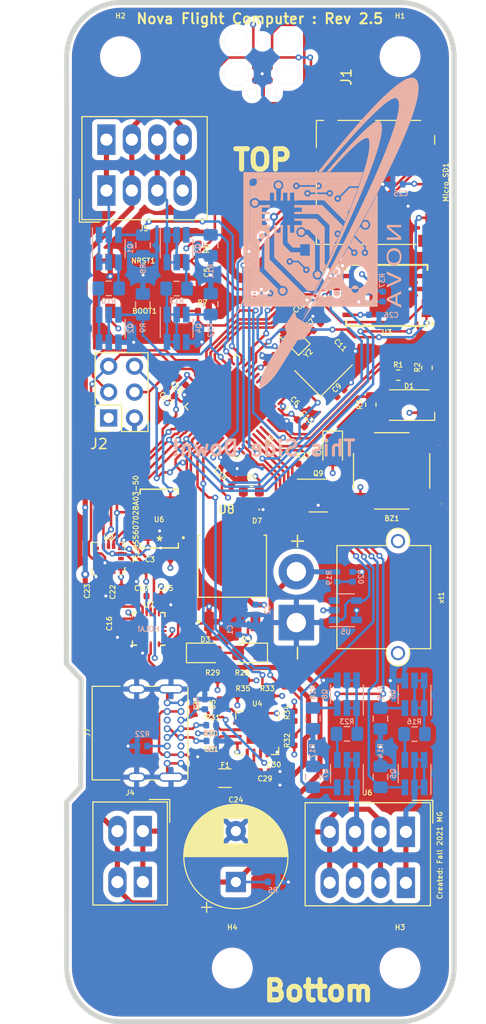
<source format=kicad_pcb>
(kicad_pcb (version 20211014) (generator pcbnew)
  (layers (0 "F.Cu" signal) (1 "In1.Cu" signal "3.3V") (2 "In2.Cu" signal "GND") (31 "B.Cu" signal) (34 "B.Paste" user) (35 "F.Paste" user) (36 "B.SilkS" user "B.Silkscreen") (37 "F.SilkS" user "F.Silkscreen") (38 "B.Mask" user) (39 "F.Mask" user) (44 "Edge.Cuts" user))
  (net 0 "")
  (net 1 "GND")
  (net 2 "+3V3")
  (net 3 "Net-(BZ1-Pad2)")
  (net 4 "/USB-C/_N")
  (net 5 "Net-(C24-Pad1)")
  (net 6 "/USB-C/_P")
  (net 7 "VBUS")
  (net 8 "Net-(D1-Pad4)")
  (net 9 "Net-(D1-Pad3)")
  (net 10 "Net-(D1-Pad2)")
  (net 11 "+BATT")
  (net 12 "Net-(D5-Pad2)")
  (net 13 "Net-(D5-Pad1)")
  (net 14 "Net-(D6-Pad2)")
  (net 15 "Net-(D6-Pad1)")
  (net 16 "Net-(F1-Pad2)")
  (net 17 "/SWCLK")
  (net 18 "/NRST")
  (net 19 "/SWDIO")
  (net 20 "/Pyro Channels/PYRO1")
  (net 21 "/Pyro Channels/PYRO2")
  (net 22 "/Pyro Channels/PYRO3")
  (net 23 "/Pyro Channels/PYRO4")
  (net 24 "Net-(J7-PadB5)")
  (net 25 "Net-(J7-PadA5)")
  (net 26 "/SWO")
  (net 27 "/GPIO1")
  (net 28 "/ACCEL_INT2")
  (net 29 "Net-(R19-Pad2)")
  (net 30 "/USB-C/D-")
  (net 31 "/USB-C/D+")
  (net 32 "/TXD")
  (net 33 "/RXD")
  (net 34 "Net-(R34-Pad2)")
  (net 35 "Net-(R35-Pad2)")
  (net 36 "/BOOT0")
  (net 37 "/VCAP")
  (net 38 "/CLOCKOUT")
  (net 39 "/CLOCKIN")
  (net 40 "/32CLOCKOUT")
  (net 41 "/32CLOCKIN")
  (net 42 "Net-(R37-Pad2)")
  (net 43 "/VMonitor")
  (net 44 "/BAROMETER_CS")
  (net 45 "Net-(C17-Pad1)")
  (net 46 "Net-(D7-Pad2)")
  (net 47 "/FIRE1")
  (net 48 "Net-(Q2-Pad1)")
  (net 49 "/FIRE2")
  (net 50 "Net-(Q4-Pad1)")
  (net 51 "/FIRE3")
  (net 52 "Net-(Q6-Pad6)")
  (net 53 "/FIRE4")
  (net 54 "Net-(Q8-Pad1)")
  (net 55 "Net-(Q1-Pad4)")
  (net 56 "Net-(Q3-Pad4)")
  (net 57 "Net-(Q5-Pad4)")
  (net 58 "Net-(Q7-Pad4)")
  (net 59 "Net-(Q9-Pad3)")
  (net 60 "/SD_CS")
  (net 61 "/LED_GREEN")
  (net 62 "/LED_RED")
  (net 63 "/LED_BLUE")
  (net 64 "/BUZZER")
  (net 65 "/ACCELEROMETER_CS")
  (net 66 "/FL_CS")
  (net 67 "/IMU_CS")
  (net 68 "/IMU_INT")
  (net 69 "/FSYNC")
  (net 70 "/ARM1")
  (net 71 "/ARM2")
  (net 72 "/ACCEL_INT1")
  (net 76 "/SPI2_MOSI")
  (net 77 "/SPI2_SCLK")
  (net 78 "/SPI2_MISO")
  (net 80 "/SPI1_SCLK")
  (net 81 "/SPI1_MISO")
  (net 82 "/SPI1_MOSI")
  (net 92 "Net-(C1-Pad2)")
  (footprint "Transducer:XDCR_CMT-7525-80-SMT-TR" (layer "F.Cu") (at 172.675 89.675 180)
    (fp_text reference "BZ1")
    (fp_text value "Buzzer")
  )
  (footprint "Capacitor_SMD:C_0402_1005Metric" (layer "F.Cu") (at 150.425 98.35 180)
    (fp_text reference "C3")
    (fp_text value "100nF")
  )
  (footprint "Capacitor_SMD:C_0402_1005Metric" (layer "F.Cu") (at 153.65 70.26 90)
    (fp_text reference "C5")
    (fp_text value "100nF")
  )
  (footprint "Capacitor_SMD:C_0402_1005Metric" (layer "F.Cu") (at 163.7 82.325 -45)
    (fp_text reference "C6")
    (fp_text value "100nF")
  )
  (footprint "Capacitor_SMD:C_0402_1005Metric" (layer "F.Cu") (at 165.325 75.55 45)
    (fp_text reference "C7")
    (fp_text value "1.5pF")
  )
  (footprint "Capacitor_SMD:C_0402_1005Metric" (layer "F.Cu") (at 163.95 74.225 45)
    (fp_text reference "C8")
    (fp_text value "1.5pF")
  )
  (footprint "Capacitor_SMD:C_0402_1005Metric" (layer "F.Cu") (at 167.625 82.05 45)
    (fp_text reference "C9")
    (fp_text value "8pF")
  )
  (footprint "Capacitor_SMD:C_0402_1005Metric" (layer "F.Cu") (at 152.057053 80.882053 135)
    (fp_text reference "C10")
    (fp_text value "2.2uF")
  )
  (footprint "Capacitor_SMD:C_0402_1005Metric" (layer "F.Cu") (at 168.1 76.925 -45)
    (fp_text reference "C11")
    (fp_text value "8pF")
  )
  (footprint "Capacitor_SMD:C_0402_1005Metric" (layer "F.Cu") (at 150.975 81.925 135)
    (fp_text reference "C12")
    (fp_text value "100nF")
  )
  (footprint "Capacitor_SMD:C_0402_1005Metric" (layer "F.Cu") (at 163.75 85 -45)
    (fp_text reference "C13")
    (fp_text value "100nF")
  )
  (footprint "Capacitor_SMD:C_0402_1005Metric" (layer "F.Cu") (at 160.725 78.7 45)
    (fp_text reference "C14")
    (fp_text value "100nF")
  )
  (footprint "Capacitor_SMD:C_0402_1005Metric" (layer "F.Cu") (at 150.475 101.975)
    (fp_text reference "C15")
    (fp_text value "10nF")
  )
  (footprint "Capacitor_SMD:C_0402_1005Metric" (layer "F.Cu") (at 145.7 104.675 -90)
    (fp_text reference "C16")
    (fp_text value "100nF")
  )
  (footprint "Capacitor_SMD:C_0402_1005Metric" (layer "F.Cu") (at 148.075 101.975 180)
    (fp_text reference "C17")
    (fp_text value "100nF")
  )
  (footprint "Capacitor_SMD:C_0402_1005Metric" (layer "F.Cu") (at 156.325 89.575 -45)
    (fp_text reference "C18")
    (fp_text value "100nF")
  )
  (footprint "Capacitor_SMD:C_0402_1005Metric" (layer "F.Cu") (at 146.1 101.525 -90)
    (fp_text reference "C22")
    (fp_text value "10uF")
  )
  (footprint "Capacitor_SMD:C_0402_1005Metric" (layer "F.Cu") (at 143.55 101.525 90)
    (fp_text reference "C23")
    (fp_text value "100nF")
  )
  (footprint "PyroChannel:CP_Radial_D10.0mm_P5.00mm" (layer "F.Cu") (at 157.35 130.05 90)
    (fp_text reference "C24")
    (fp_text value "1mF")
  )
  (footprint "Capacitor_SMD:C_0402_1005Metric" (layer "F.Cu") (at 160.2 120.525 180)
    (fp_text reference "C29")
    (fp_text value "100nF")
  )
  (footprint "Capacitor_SMD:C_0402_1005Metric" (layer "F.Cu") (at 160.2 119.2 180)
    (fp_text reference "C30")
    (fp_text value "4.7uF")
  )
  (footprint "Capacitor_SMD:C_0402_1005Metric" (layer "F.Cu") (at 154.95 117.75)
    (fp_text reference "C31")
    (fp_text value "10nF")
  )
  (footprint "LED_SMD:LED_Avago_PLCC4_3.2x2.8mm_CW" (layer "F.Cu") (at 174.404956 83.215 180)
    (fp_text reference "D1")
    (fp_text value "ASMB-MTB0-0A3A2")
  )
  (footprint "Diode_SMD:D_0805_2012Metric_Pad1.15x1.40mm_HandSolder" (layer "F.Cu") (at 166.875 87.625 -90)
    (fp_text reference "D2")
    (fp_text value "DIODE")
  )
  (footprint "Diode_SMD:D_0805_2012Metric_Pad1.15x1.40mm_HandSolder" (layer "F.Cu") (at 154.35 107.55)
    (fp_text reference "D3")
    (fp_text value "DIODE")
  )
  (footprint "Diode_SMD:D_0805_2012Metric_Pad1.15x1.40mm_HandSolder" (layer "F.Cu") (at 158.6 107.55 180)
    (fp_text reference "D4")
    (fp_text value "DIODE")
  )
  (footprint "LED_SMD:LED_0402_1005Metric" (layer "F.Cu") (at 155.8 112.6 90)
    (fp_text reference "D5")
    (fp_text value "LED")
  )
  (footprint "LED_SMD:LED_0402_1005Metric" (layer "F.Cu") (at 154.3 112.6 90)
    (fp_text reference "D6")
    (fp_text value "LED")
  )
  (footprint "LED_SMD:LED_0402_1005Metric" (layer "F.Cu") (at 158.575 93.475 180)
    (fp_text reference "D7")
    (fp_text value "LED")
  )
  (footprint "Fuse:Fuse_1206_3216Metric_Pad1.42x1.75mm_HandSolder" (layer "F.Cu") (at 156.275 119.85 180)
    (fp_text reference "F1")
    (fp_text value "500mA")
  )
  (footprint "MountingHole:MountingHole_3mm" (layer "F.Cu") (at 173.5 49)
    (fp_text reference "H1")
    (fp_text value "MountingHole")
  )
  (footprint "MountingHole:MountingHole_3mm" (layer "F.Cu") (at 146 49)
    (fp_text reference "H2")
    (fp_text value "MountingHole")
  )
  (footprint "MountingHole:MountingHole_3mm" (layer "F.Cu") (at 173.5 138.5)
    (fp_text reference "H3")
    (fp_text value "MountingHole")
  )
  (footprint "MountingHole:MountingHole_3mm" (layer "F.Cu") (at 157 138.5)
    (fp_text reference "H4")
    (fp_text value "MountingHole")
  )
  (footprint "TerminalBlock_Phoenix:TerminalBlock_Phoenix_PTSM-0,5-2-2.5-H-THR_1x02_P2.50mm_Horizontal" (layer "F.Cu") (at 148.2 125.05 180)
    (fp_text reference "J4")
    (fp_text value "Conn_01x02_Female")
  )
  (footprint "TerminalBlock_Phoenix:TerminalBlock_Phoenix_PTSM-0,5-4-2.5-H-THR_1x04_P2.50mm_Horizontal" (layer "F.Cu") (at 144.6188 62.15)
    (fp_text reference "J5")
    (fp_text value "Conn_01x04_Female")
  )
  (footprint "TerminalBlock_Phoenix:TerminalBlock_Phoenix_PTSM-0,5-4-2.5-H-THR_1x04_P2.50mm_Horizontal" (layer "F.Cu") (at 174.075 125.125 180)
    (fp_text reference "J6")
    (fp_text value "Conn_01x04_Female")
  )
  (footprint "Connector_USB:USB_C_Receptacle_GCT_USB4085" (layer "F.Cu") (at 151.95 112.45 -90)
    (fp_text reference "J7")
    (fp_text value "USB_C_Receptacle_USB2.0")
  )
  (footprint "Connector_Card:microSD_HC_Molex_104031-0811" (layer "F.Cu") (at 171.0856 61.33 -90)
    (fp_text reference "Micro_SD1")
    (fp_text value "WE_693072010801")
  )
  (footprint "Resistor_SMD:R_0603_1608Metric" (layer "F.Cu") (at 173.325 80.275)
    (fp_text reference "R1")
    (fp_text value "330")
  )
  (footprint "Resistor_SMD:R_0603_1608Metric" (layer "F.Cu") (at 176.15 79.5625 90)
    (fp_text reference "R2")
    (fp_text value "330")
  )
  (footprint "Resistor_SMD:R_0603_1608Metric" (layer "F.Cu") (at 170.625 83.175 90)
    (fp_text reference "R3")
    (fp_text value "330")
  )
  (footprint "Resistor_SMD:R_0603_1608Metric" (layer "F.Cu") (at 158.875 91.725)
    (fp_text reference "R4")
    (fp_text value "5.1k")
  )
  (footprint "Resistor_SMD:R_0402_1005Metric" (layer "F.Cu") (at 153.65 67.85 -90)
    (fp_text reference "R6")
    (fp_text value "10k")
  )
  (footprint "Resistor_SMD:R_0402_1005Metric" (layer "F.Cu") (at 154.11 73.975)
    (fp_text reference "R7")
    (fp_text value "10k")
  )
  (footprint "Resistor_SMD:R_0402_1005Metric" (layer "F.Cu") (at 164 89)
    (fp_text reference "R27")
    (fp_text value "180")
  )
  (footprint "Resistor_SMD:R_0402_1005Metric" (layer "F.Cu") (at 157.975 110.25)
    (fp_text reference "R28")
    (fp_text value "270")
  )
  (footprint "Resistor_SMD:R_0402_1005Metric" (layer "F.Cu") (at 155.075 110.25 180)
    (fp_text reference "R29")
    (fp_text value "270")
  )
  (footprint "Resistor_SMD:R_0402_1005Metric" (layer "F.Cu") (at 154.95 116.2 180)
    (fp_text reference "R30")
    (fp_text value "27")
  )
  (footprint "Resistor_SMD:R_0402_1005Metric" (layer "F.Cu") (at 154.925 114.65)
    (fp_text reference "R31")
    (fp_text value "27")
  )
  (footprint "Resistor_SMD:R_0402_1005Metric" (layer "F.Cu") (at 163.1 116.15 90)
    (fp_text reference "R32")
    (fp_text value "27")
  )
  (footprint "Resistor_SMD:R_0402_1005Metric" (layer "F.Cu") (at 160.45 111.775 180)
    (fp_text reference "R33")
    (fp_text value "27")
  )
  (footprint "Resistor_SMD:R_0402_1005Metric" (layer "F.Cu") (at 163.1 113.75 -90)
    (fp_text reference "R34")
    (fp_text value "27")
  )
  (footprint "Resistor_SMD:R_0402_1005Metric" (layer "F.Cu") (at 158 111.775)
    (fp_text reference "R35")
    (fp_text value "27")
  )
  (footprint "NOVA MCU (STM):KSR223GLFG" (layer "F.Cu") (at 152 73.975 180)
    (fp_text reference "BOOT1")
    (fp_text value "SW_Push")
  )
  (footprint "NOVA MCU (STM):KSR223GLFG" (layer "F.Cu") (at 145 69.075)
    (fp_text reference "NRST1")
    (fp_text value "SW_Push")
  )
  (footprint "Package_DFN_QFN:QFN-48-1EP_7x7mm_P0.5mm_EP5.6x5.6mm" (layer "F.Cu") (at 157.425 83.35 -135)
    (fp_text reference "U1")
    (fp_text value "STM32F411CEUx")
  )
  (footprint "Accelerometer_Breakout:TFLGA-16_3x3mm" (layer "F.Cu") (at 144.825 98.295 180)
    (fp_text reference "U2")
    (fp_text value "ST_H3LIS331DL")
  )
  (footprint "FHSD:SON127P800X600X80-9N" (layer "F.Cu") (at 172.2 72.45 180)
    (fp_text reference "U3")
    (fp_text value "WB_W25N512GVPIT")
  )
  (footprint "Package_DFN_QFN:QFN-16-1EP_4x4mm_P0.65mm_EP2.1x2.1mm" (layer "F.Cu") (at 159.45 115.425 -90)
    (fp_text reference "U4")
    (fp_text value "FT230XQ")
  )
  (footprint "Barometer:MS560702BA03-50" (layer "F.Cu") (at 149.8099 94.3609 180)
    (fp_text reference "U6")
    (fp_text value "TE_MS560702BA03-50")
  )
  (footprint "Sensor_Motion:InvenSense_QFN-24_3x3mm_P0.4mm" (layer "F.Cu") (at 148.775 105.195 180)
    (fp_text reference "U7")
    (fp_text value "MPU-9250")
  )
  (footprint "Connector_AMASS:AMASS_XT30PW-M_1x02_P2.50mm_Horizontal" (layer "F.Cu") (at 163.3 104.575 -90)
    (fp_text reference "xt1")
    (fp_text value "Conn_01x02")
  )
  (footprint "Crystal:Crystal_SMD_2012-2Pin_2.0x1.2mm_HandSoldering" (layer "F.Cu") (at 162.925 76.6 135)
    (fp_text reference "Y1")
    (fp_text value "32.768kHz")
  )
  (footprint "Crystal:Crystal_SMD_EuroQuartz_X22-4Pin_2.5x2.0mm_HandSoldering" (layer "F.Cu") (at 165.975 79.55 45)
    (fp_text reference "Y2")
    (fp_text value "25MHz")
  )
  (footprint "Package_TO_SOT_SMD:SOT-23-6_Handsoldering" (layer "F.Cu") (at 165.45 92.1)
    (fp_text reference "Q9")
    (fp_text value "Q_NMOS_DGS")
  )
  (footprint "Connector_PinSocket_2.54mm:PinSocket_2x03_P2.54mm_Vertical" (layer "F.Cu") (at 144.84 84.48 180)
    (fp_text reference "J2")
    (fp_text value "Conn_02x04_Counter_Clockwise")
  )
  (footprint "Power:DPAK228P968X238-4N" (layer "F.Cu") (at 156.99 99.88)
    (fp_text reference "U8")
    (fp_text value "NCP1117-3.3_TO252")
  )
  (footprint "NOVA MCU (STM):j-link_6_pin_needle" (layer "F.Cu") (at 159.9604 47.4956 -90)
    (fp_text reference "J1")
    (fp_text value "Conn_01x06_Male")
  )
  (footprint "Capacitor_SMD:C_0402_1005Metric" (layer "B.Cu") (at 157.64 105.28 -90)
    (fp_text reference "C1")
    (fp_text value "10uF")
  )
  (footprint "Capacitor_SMD:C_0402_1005Metric" (layer "B.Cu") (at 159.3 103.3 90)
    (fp_text reference "C2")
    (fp_text value "10uF")
  )
  (footprint "Capacitor_SMD:C_0402_1005Metric" (layer "B.Cu") (at 154.95 116.2)
    (fp_text reference "C4")
    (fp_text value "27pF")
  )
  (footprint "Capacitor_SMD:C_0402_1005Metric" (layer "B.Cu") (at 173.28 61.535)
    (fp_text reference "C25")
    (fp_text value "100nF")
  )
  (footprint "Capacitor_SMD:C_0402_1005Metric" (layer "B.Cu") (at 170.925 74.35 180)
    (fp_text reference "C26")
    (fp_text value "0.1uF")
  )
  (footprint "Capacitor_SMD:C_0402_1005Metric" (layer "B.Cu") (at 154.925 114.65)
    (fp_text reference "C28")
    (fp_text value "27pF")
  )
  (footprint "Package_TO_SOT_SMD:SOT-23-6_Handsoldering" (layer "B.Cu") (at 144.85 67.85 -90)
    (fp_text reference "Q1")
    (fp_text value "Q_NMOS_DGS")
  )
  (footprint "Package_TO_SOT_SMD:SOT-23-6_Handsoldering" (layer "B.Cu") (at 144.85 75.7 -90)
    (fp_text reference "Q2")
    (fp_text value "Q_NMOS_DGS")
  )
  (footprint "Package_TO_SOT_SMD:SOT-23-6_Handsoldering" (layer "B.Cu") (at 151.525 67.85 -90)
    (fp_text reference "Q3")
    (fp_text value "Q_NMOS_DGS")
  )
  (footprint "Package_TO_SOT_SMD:SOT-23-6_Handsoldering" (layer "B.Cu") (at 151.525 75.675 -90)
    (fp_text reference "Q4")
    (fp_text value "Q_NMOS_DGS")
  )
  (footprint "Package_TO_SOT_SMD:SOT-23-6_Handsoldering" (layer "B.Cu") (at 174.925 119.4 90)
    (fp_text reference "Q5")
    (fp_text value "Q_NMOS_DGS")
  )
  (footprint "Package_TO_SOT_SMD:SOT-23-6_Handsoldering" (layer "B.Cu") (at 174.925 111.625 90)
    (fp_text reference "Q6")
    (fp_text value "Q_NMOS_DGS")
  )
  (footprint "Package_TO_SOT_SMD:SOT-23-6_Handsoldering" (layer "B.Cu") (at 168.275 119.4 90)
    (fp_text reference "Q7")
    (fp_text value "Q_NMOS_DGS")
  )
  (footprint "Package_TO_SOT_SMD:SOT-23-6_Handsoldering" (layer "B.Cu") (at 168.275 111.6 90)
    (fp_text reference "Q8")
    (fp_text value "Q_NMOS_DGS")
  )
  (footprint "Resistor_SMD:R_0402_1005Metric" (layer "B.Cu") (at 161 130.05)
    (fp_text reference "R5")
    (fp_text value "10k")
  )
  (footprint "Resistor_SMD:R_0805_2012Metric_Pad1.15x1.40mm_HandSolder" (layer "B.Cu") (at 148.225 67.525 -90)
    (fp_text reference "R8")
    (fp_text value "10k")
  )
  (footprint "Resistor_SMD:R_0805_2012Metric_Pad1.15x1.40mm_HandSolder" (layer "B.Cu") (at 148.2 73.325 90)
    (fp_text reference "R9")
    (fp_text value "10k")
  )
  (footprint "Resistor_SMD:R_0805_2012Metric_Pad1.15x1.40mm_HandSolder" (layer "B.Cu") (at 144.85 71.75 180)
    (fp_text reference "R10")
    (fp_text value "3.3")
  )
  (footprint "Resistor_SMD:R_0805_2012Metric_Pad1.15x1.40mm_HandSolder" (layer "B.Cu") (at 154.875 67.525 -90)
    (fp_text reference "R11")
    (fp_text value "10k")
  )
  (footprint "Resistor_SMD:R_0805_2012Metric_Pad1.15x1.40mm_HandSolder" (layer "B.Cu") (at 154.875 73.3 90)
    (fp_text reference "R12")
    (fp_text value "10k")
  )
  (footprint "Resistor_SMD:R_0805_2012Metric_Pad1.15x1.40mm_HandSolder" (layer "B.Cu") (at 151.525 71.775 180)
    (fp_text reference "R13")
    (fp_text value "3.3")
  )
  (footprint "Resistor_SMD:R_0805_2012Metric_Pad1.15x1.40mm_HandSolder" (layer "B.Cu") (at 171.575 119.725 90)
    (fp_text reference "R14")
    (fp_text value "10k")
  )
  (footprint "Resistor_SMD:R_0805_2012Metric_Pad1.15x1.40mm_HandSolder" (layer "B.Cu") (at 171.575 114 -90)
    (fp_text reference "R15")
    (fp_text value "10k")
  )
  (footprint "Resistor_SMD:R_0805_2012Metric_Pad1.15x1.40mm_HandSolder" (layer "B.Cu") (at 174.925 115.525)
    (fp_text reference "R16")
    (fp_text value "3.3")
  )
  (footprint "Resistor_SMD:R_0805_2012Metric_Pad1.15x1.40mm_HandSolder" (layer "B.Cu") (at 164.925 119.725 90)
    (fp_text reference "R17")
    (fp_text value "10k")
  )
  (footprint "Resistor_SMD:R_0805_2012Metric_Pad1.15x1.40mm_HandSolder" (layer "B.Cu") (at 164.925 113.975 -90)
    (fp_text reference "R18")
    (fp_text value "10k")
  )
  (footprint "Resistor_SMD:R_0402_1005Metric" (layer "B.Cu") (at 167.325 100.075 -90)
    (fp_text reference "R19")
    (fp_text value "95.5k")
  )
  (footprint "Resistor_SMD:R_0402_1005Metric" (layer "B.Cu") (at 168.825 100.075 90)
    (fp_text reference "R20")
    (fp_text value "47k")
  )
  (footprint "Resistor_SMD:R_0402_1005Metric" (layer "B.Cu") (at 154.3 112.6 -90)
    (fp_text reference "R21")
    (fp_text value "5k")
  )
  (footprint "Resistor_SMD:R_0402_1005Metric" (layer "B.Cu") (at 148.15 116.7 180)
    (fp_text reference "R22")
    (fp_text value "5k")
  )
  (footprint "Resistor_SMD:R_0805_2012Metric_Pad1.15x1.40mm_HandSolder" (layer "B.Cu") (at 168.275 115.5)
    (fp_text reference "R23")
    (fp_text value "3.3")
  )
  (footprint "Resistor_SMD:R_0402_1005Metric" (layer "B.Cu") (at 171.7968 72.5548 -90)
    (fp_text reference "R37")
    (fp_text value "10k")
  )
  (footprint "Package_TO_SOT_SMD:SOT-23-5" (layer "B.Cu") (at 168.12 103.365)
    (fp_text reference "U5")
    (fp_text value "OP179GRT")
  )
  (footprint "Logo:Logo3" (layer "B.Cu") (at 166.158 66.3572 -90)
    (fp_text reference "G***" hide)
    (fp_text value "LOGO" hide)
  )
  (gr_line (start 178.816 138.43) (end 178.816 49.022) (layer "Edge.Cuts") (width 0.5))
  (gr_line (start 173.482 43.688) (end 146.05 43.688) (layer "Edge.Cuts") (width 0.5))
  (gr_line (start 146.05 143.764) (end 173.482 143.764) (layer "Edge.Cuts") (width 0.5))
  (gr_line (start 140.716 138.43) (end 140.71 122.18) (layer "Edge.Cuts") (width 0.5))
  (gr_arc (start 178.816 138.43) (mid 177.253708 142.201708) (end 173.482 143.764) (layer "Edge.Cuts") (width 0.5))
  (gr_line (start 142.12 110.14) (end 140.686 108.642) (layer "Edge.Cuts") (width 0.5))
  (gr_arc (start 140.716 49.022) (mid 142.278292 45.250292) (end 146.05 43.688) (layer "Edge.Cuts") (width 0.5))
  (gr_arc (start 173.482 43.688) (mid 177.253708 45.250292) (end 178.816 49.022) (layer "Edge.Cuts") (width 0.5))
  (gr_line (start 142.12 110.14) (end 142.09 120.71) (layer "Edge.Cuts") (width 0.5))
  (gr_line (start 142.09 120.71) (end 140.71 122.18) (layer "Edge.Cuts") (width 0.5))
  (gr_line (start 140.686 108.642) (end 140.716 49.022) (layer "Edge.Cuts") (width 0.5))
  (gr_arc (start 146.05 143.764) (mid 142.278292 142.201708) (end 140.716 138.43) (layer "Edge.Cuts") (width 0.5))
  (gr_text "This Side Down!" (at 160.09 87.455) (layer "B.SilkS") (effects (font (size 1.5 1.5) (thickness 0.3)) (justify mirror)))
  (gr_text "HOLA!" (at 148.765 105.205) (layer "B.SilkS") (effects (font (size 0.5 0.5) (thickness 0.1)) (justify mirror)))
  (gr_text "Bottom" (at 165.49 140.73) (layer "F.SilkS") (effects (font (size 2 2) (thickness 0.5))))
  (gr_text "Created: Fall 2021 MG" (at 177.415 127.43 90) (layer "F.SilkS") (effects (font (size 0.5 0.5) (thickness 0.1))))
  (gr_text "TOP" (at 159.9604 59.1436) (layer "F.SilkS") (effects (font (size 2 2) (thickness 0.5))))
  (gr_text "Nova Flight Computer : Rev 2.5" (at 159.7064 45.2752) (layer "F.SilkS") (effects (font (size 1 1) (thickness 0.2))))
  (segment (start 159.3254 51.2946) (end 159.94 50.68) (width 0.25) (layer "F.Cu") (net 1))
  (segment (start 161.44667 84.189689) (end 160.606981 83.35) (width 0.25) (layer "F.Cu") (net 1))
  (segment (start 159.968879 78.357053) (end 159.953198 78.341372) (width 0.25) (layer "F.Cu") (net 1))
  (segment (start 154.725 104.455) (end 154.71 104.47) (width 0.25) (layer "F.Cu") (net 1))
  (segment (start 171.805 61.535) (end 169.59 59.32) (width 0.25) (layer "F.Cu") (net 1))
  (segment (start 157.012053 89.917947) (end 157.48 89.45) (width 0.25) (layer "F.Cu") (net 1))
  (segment (start 174.4735 71.8182) (end 176.0918 71.8182) (width 0.25) (layer "F.Cu") (net 1))
  (segment (start 164.092947 85.342947) (end 164.092947 85.332053) (width 0.25) (layer "F.Cu") (net 1))
  (segment (start 150.6 119.38) (end 150.97 119.75) (width 0.25) (layer "F.Cu") (net 1))
  (segment (start 159.125 113.475) (end 159.125 115.1) (width 0.25) (layer "F.Cu") (net 1))
  (segment (start 167.967947 81.707053) (end 168.675 81) (width 0.25) (layer "F.Cu") (net 1))
  (segment (start 160.425 116.4) (end 159.45 115.425) (width 0.25) (layer "F.Cu") (net 1))
  (segment (start 145.7 105.16) (end 145.7 106.025) (width 0.25) (layer "F.Cu") (net 1))
  (segment (start 154.243019 83.35) (end 157.425 83.35) (width 0.25) (layer "F.Cu") (net 1))
  (segment (start 154.465 117.75) (end 153.6 117.75) (width 0.25) (layer "F.Cu") (net 1))
  (segment (start 176.095 70.545) (end 176.095 71.815) (width 0.25) (layer "F.Cu") (net 1))
  (segment (start 176.4906 63.68) (end 176.5356 63.725) (width 0.25) (layer "F.Cu") (net 1))
  (segment (start 157.425 86.531981) (end 156.585311 87.37167) (width 0.25) (layer "F.Cu") (net 1))
  (segment (start 159.125 115.1) (end 159.45 115.425) (width 0.25) (layer "F.Cu") (net 1))
  (segment (start 159.3254 51.3056) (end 159.3254 51.2946) (width 0.25) (layer "F.Cu") (net 1))
  (segment (start 151.710894 80.539106) (end 151.175 81.075) (width 0.25) (layer "F.Cu") (net 1))
  (segment (start 154.725 102.975) (end 154.725 104.455) (width 0.25) (layer "F.Cu") (net 1))
  (segment (start 144.526 102.01) (end 143.55 102.01) (width 0.25) (layer "F.Cu") (net 1))
  (segment (start 147.59 111.1) (end 150.97 111.1) (width 0.25) (layer "F.Cu") (net 1))
  (segment (start 143.6 99.295) (end 143.6 100.075) (width 0.25) (layer "F.Cu") (net 1))
  (segment (start 145.325 99.52) (end 145.325 98.995) (width 0.25) (layer "F.Cu") (net 1))
  (segment (start 153.40333 82.510311) (end 154.243019 83.35) (width 0.25) (layer "F.Cu") (net 1))
  (segment (start 145 69.075) (end 145 70.575) (width 0.25) (layer "F.Cu") (net 1))
  (segment (start 150.6 112.45) (end 150.6 111.47) (width 0.25) (layer "F.Cu") (net 1))
  (segment (start 161.685 120.525) (end 161.69 120.53) (width 0.25) (layer "F.Cu") (net 1))
  (segment (start 144.61 102.01) (end 146.1 102.01) (width 0.25) (layer "F.Cu") (net 1))
  (segment (start 147.275 106.195) (end 147.275 106.7) (width 0.25) (layer "F.Cu") (net 1))
  (segment (start 161.4 116.4) (end 161.4 117.3) (width 0.25) (layer "F.Cu") (net 1))
  (segment (start 148.175 106.695) (end 148.175 107.575) (width 0.25) (layer "F.Cu") (net 1))
  (segment (start 169.59 56.1688) (end 170.1688 55.59) (width 0.25) (layer "F.Cu") (net 1))
  (segment (start 153.65 70.745) (end 154.555 70.745) (width 0.25) (layer "F.Cu") (net 1))
  (segment (start 154.725 102.975) (end 154.725 102.981) (width 0.25) (layer "F.Cu") (net 1))
  (segment (start 164.007053 82.667947) (end 163.3 83.375) (width 0.25) (layer "F.Cu") (net 1))
  (segment (start 150.96 101.975) (end 150.96 102.815) (width 0.25) (layer "F.Cu") (net 1))
  (segment (start 145.04 98.71) (end 144.47 98.71) (width 0.25) (layer "F.Cu") (net 1))
  (segment (start 147.275 106.7) (end 147.1 106.875) (width 0.25) (layer "F.Cu") (net 1))
  (segment (start 157.425 82.289339) (end 157.425 83.35) (width 0.25) (layer "F.Cu") (net 1))
  (segment (start 150.97 119.75) (end 147.59 119.75) (width 0.25) (layer "F.Cu") (net 1))
  (segment (start 162.031981 84.775) (end 162.356026 84.775) (width 0.25) (layer "F.Cu") (net 1))
  (segment (start 153.5 104.65) (end 154.53 104.65) (width 0.25) (layer "F.Cu") (net 1))
  (segment (start 156.667947 89.917947) (end 157.012053 89.917947) (width 0.25) (layer "F.Cu") (net 1))
  (segment (start 165.632053 75.207053) (end 164.925 74.5) (width 0.25) (layer "F.Cu") (net 1))
  (segment (start 154.555 70.745) (end 154.875 70.425) (width 0.25) (layer "F.Cu") (net 1))
  (segment (start 174.335 63.725) (end 174.29 63.68) (width 0.25) (layer "F.Cu") (net 1))
  (segment (start 153.40333 82.510311) (end 153.093019 82.2) (width 0.25) (layer "F.Cu") (net 1))
  (segment (start 144.125 97.795) (end 144.47 98.14) (width 0.25) (layer "F.Cu") (net 1))
  (segment (start 164.292947 73.882053) (end 164.307053 73.882053) (width 0.25) (layer "F.Cu") (net 1))
  (segment (start 147.59 101.975) (end 147.59 101.015) (width 0.25) (layer "F.Cu") (net 1))
  (segment (start 150.632053 81.582053) (end 150.667947 81.582053) (width 0.25) (layer "F.Cu") (net 1))
  (segment (start 168.442947 77.267947) (end 169.1 77.925) (width 0.25) (layer "F.Cu") (net 1))
  (segment (start 176.5356 63.725) (end 174.335 63.725) (width 0.25) (layer "F.Cu") (net 1))
  (segment (start 166.8 93.05) (end 165.45 93.05) (width 0.25) (layer "F.Cu") (net 1))
  (segment (start 151.714106 80.539106) (end 151.710894 80.539106) (width 0.25) (layer "F.Cu") (net 1))
  (segment (start 151.95 118.4) (end 150.6 118.4) (width 0.25) (layer "F.Cu") (net 1))
  (segment (start 160.606981 83.35) (end 157.425 83.35) (width 0.25) (layer "F.Cu") (net 1))
  (segment (start 150.96 102.815) (end 150.95 102.825) (width 0.25) (layer "F.Cu") (net 1))
  (segment (start 154.725 102.981) (end 154.728 102.984) (width 0.25) (layer "F.Cu") (net 1))
  (segment (start 156.57833 87.37167) (end 155.875 88.075) (width 0.25) (layer "F.Cu") (net 1))
  (segment (start 164.307053 73.882053) (end 164.925 74.5) (width 0.25) (layer "F.Cu") (net 1))
  (segment (start 154.875 73.695) (end 154.595 73.975) (width 0.25) (layer "F.Cu") (net 1))
  (segment (start 170.1688 55.59) (end 170.3856 55.59) (width 0.25) (layer "F.Cu") (net 1))
  (segment (start 176.0918 71.8182) (end 176.095 71.815) (width 0.25) (layer "F.Cu") (net 1))
  (segment (start 150.9099 94.9859) (end 150.9099 93.7359) (width 0.25) (layer "F.Cu") (net 1))
  (segment (start 144.568 101.968) (end 144.61 102.01) (width 0.25) (layer "F.Cu") (net 1))
  (segment (start 144.125 97.795) (end 143.6 97.795) (width 0.25) (layer "F.Cu") (net 1))
  (segment (start 154.53 104.65) (end 154.71 104.47) (width 0.25) (layer "F.Cu") (net 1))
  (segment (start 161.4 116.4) (end 160.425 116.4) (width 0.25) (layer "F.Cu") (net 1))
  (segment (start 154.89 104.65) (end 154.71 104.47) (width 0.25) (layer "F.Cu") (net 1))
  (segment (start 159.325349 80.38899) (end 157.425 82.289339) (width 0.25) (layer "F.Cu") (net 1))
  (segment (start 150.4391 94.9859) (end 149.85 95.575) (width 0.25) (layer "F.Cu") (net 1))
  (segment (start 160.685 119.2) (end 161.69 119.2) (width 0.25) (layer "F.Cu") (net 1))
  (segment (start 145.325 98.995) (end 145.04 98.71) (width 0.25) (layer "F.Cu") (net 1))
  (segment (start 146.05 96.75) (end 146.32 96.48) (width 0.25) (layer "F.Cu") (net 1))
  (segment (start 150.667947 81.582053) (end 151.175 81.075) (width 0.25) (layer "F.Cu") (net 1))
  (segment (start 159.06 93.475) (end 160.025 93.475) (width 0.25) (layer "F.Cu") (net 1))
  (segment (start 153.093019 82.2) (end 152.3 82.2) (width 0.25) (layer "F.Cu") (net 1))
  (segment (start 160.685 120.525) (end 161.685 120.525) (width 0.25) (layer "F.Cu") (net 1))
  (segment (start 169.59 59.32) (end 169.59 56.1688) (width 0.25) (layer "F.Cu") (net 1))
  (segment (start 147.59 101.015) (end 147.59 100.5704) (width 0.25) (layer "F.Cu") (net 1))
  (segment (start 157.425 83.35) (end 157.425 86.531981) (width 0.25) (layer "F.Cu") (net 1))
  (segment (start 155.925 104.65) (end 154.89 104.65) (width 0.25) (layer "F.Cu") (net 1))
  (segment (start 161.067947 78.357053) (end 159.968879 78.357053) (width 0.25) (layer "F.Cu") (net 1))
  (segment (start 161.44667 84.189689) (end 162.031981 84.775) (width 0.25) (layer "F.Cu") (net 1))
  (segment (start 144.47 98.14) (end 144.47 98.71) (width 0.25) (layer "F.Cu") (net 1))
  (segment (start 154.875 70.425) (end 154.875 73.695) (width 0.25) (layer "F.Cu") (net 1))
  (segment (start 156.585311 87.37167) (end 156.57833 87.37167) (width 0.25) (layer "F.Cu") (net 1))
  (segment (start 150.6 111.47) (end 150.97 111.1) (width 0.25) (layer "F.Cu") (net 1))
  (segment (start 150.6 118.4) (end 150.6 119.38) (width 0.25) (layer "F.Cu") (net 1))
  (segment (start 165.667947 75.207053) (end 165.632053 75.207053) (width 0.25) (layer "F.Cu") (net 1))
  (segment (start 143.6 98.795) (end 143.6 99.295) (width 0.25) (layer "F.Cu") (net 1))
  (segment (start 150.9099 94.9859) (end 150.4391 94.9859) (width 0.25) (layer "F.Cu") (net 1))
  (segment (start 164.042947 82.667947) (end 164.007053 82.667947) (width 0.25) (layer "F.Cu") (net 1))
  (segment (start 164.092947 85.332053) (end 164.775 84.65) (width 0.25) (layer "F.Cu") (net 1))
  (segment (start 149.94 97.26) (end 149.95 97.25) (width 0.25) (layer "F.Cu") (net 1))
  (segment (start 146.05 97.295) (end 146.05 96.75) (width 0.25) (layer "F.Cu") (net 1))
  (segment (start 155.875 88.075) (end 155.875 88.35) (width 0.25) (layer "F.Cu") (net 1))
  (segment (start 144.568 101.968) (end 144.526 102.01) (width 0.25) (layer "F.Cu") (net 1))
  (segment (start 147.59 100.5704) (end 147.5652 100.5456) (width 0.25) (layer "F.Cu") (net 1))
  (segment (start 149.94 98.35) (end 149.94 97.26) (width 0.25) (layer "F.Cu") (net 1))
  (via (at 160.025 93.475) (size 0.6) (drill 0.3) (layers "F.Cu" "B.Cu") (net 1))
  (via (at 150.95 102.825) (size 0.6) (drill 0.3) (layers "F.Cu" "B.Cu") (net 1))
  (via (at 169.75 99.6) (size 0.6) (drill 0.3) (layers "F.Cu" "B.Cu") (net 1))
  (via (at 147.1 106.875) (size 0.6) (drill 0.3) (layers "F.Cu" "B.Cu") (net 1))
  (via (at 155.875 88.35) (size 0.6) (drill 0.3) (layers "F.Cu" "B.Cu") (net 1))
  (via (at 143.6 100.075) (size 0.6) (drill 0.3) (layers "F.Cu" "B.Cu") (net 1))
  (via (at 161.4 117.3) (size 0.6) (drill 0.3) (layers "F.Cu" "B.Cu") (net 1))
  (via (at 157.48 89.45) (size 0.6) (drill 0.3) (layers "F.Cu" "B.Cu") (net 1))
  (via (at 155.925 104.65) (size 0.6) (drill 0.3) (layers "F.Cu" "B.Cu") (net 1))
  (via (at 151.175 81.075) (size 0.6) (drill 0.3) (layers "F.Cu" "B.Cu") (net 1))
  (via (at 153.625 115.45) (size 0.6) (drill 0.3) (layers "F.Cu" "B.Cu") (net 1))
  (via (at 168.675 81) (size 0.6) (drill 0.3) (layers "F.Cu" "B.Cu") (net 1))
  (via (at 153.5 104.65) (size 0.6) (drill 0.3) (layers "F.Cu" "B.Cu") (net 1))
  (via (at 145 70.575) (size 0.6) (drill 0.3) (layers "F.Cu" "B.Cu") (net 1))
  (via (at 161.69 120.53) (size 0.6) (drill 0.3) (layers "F.Cu" "B.Cu") (net 1))
  (via (at 149.95 97.25) (size 0.6) (drill 0.3) (layers "F.Cu" "B.Cu") (net 1))
  (via (at 169.225 103.375) (size 0.6) (drill 0.3) (layers "F.Cu" "B.Cu") (net 1))
  (via (at 148.175 107.575) (size 0.6) (drill 0.3) (layers "F.Cu" "B.Cu") (net 1))
  (via (at 162.356026 84.775) (size 0.6) (drill 0.3) (layers "F.Cu" "B.Cu") (net 1))
  (via (at 148.225 70.45) (size 0.6) (drill 0.3) (layers "F.Cu" "B.Cu") (net 1))
  (via (at 164.775 84.65) (size 0.6) (drill 0.3) (layers "F.Cu" "B.Cu") (net 1))
  (via (at 174.4735 71.8182) (size 0.6) (drill 0.3) (layers "F.Cu" "B.Cu") (net 1))
  (via (at 159.94 50.68) (size 0.6) (drill 0.3) (layers "F.Cu" "B.Cu") (net 1))
  (via (at 149.85 95.575) (size 0.6) (drill 0.3) (layers "F.Cu" "B.Cu") (net 1))
  (via (at 146.75 116.7) (size 0.6) (drill 0.3) (layers "F.Cu" "B.Cu") (net 1))
  (via (at 171.805 61.535) (size 0.6) (drill 0.3) (layers "F.Cu" "B.Cu") (net 1))
  (via (at 164.925 116.775) (size 0.6) (drill 0.3) (layers "F.Cu" "B.Cu") (net 1))
  (via (at 152.3 82.2) (size 0.6) (drill 0.3) (layers "F.Cu" "B.Cu") (net 1))
  (via (at 147.5652 100.5456) (size 0.6) (drill 0.3) (layers "F.Cu" "B.Cu") (net 1))
  (via (at 144.47 98.71) (size 0.6) (drill 0.3) (layers "F.Cu" "B.Cu") (net 1))
  (via (at 163.3 83.375) (size 0.6) (drill 0.3) (layers "F.Cu" "B.Cu") (net 1))
  (via (at 165.45 93.05) (size 0.6) (drill 0.3) (layers "F.Cu" "B.Cu") (net 1))
  (via (at 154.875 70.425) (size 0.6) (drill 0.3) (layers "F.Cu" "B.Cu") (net 1))
  (via (at 145.7 106.025) (size 0.6) (drill 0.3) (layers "F.Cu" "B.Cu") (net 1))
  (via (at 153.325 112.125) (size 0.6) (drill 0.3) (layers "F.Cu" "B.Cu") (net 1))
  (via (at 161.69 119.2) (size 0.6) (drill 0.3) (layers "F.Cu" "B.Cu") (net 1))
  (via (at 146.32 96.48) (size 0.6) (drill 0.3) (layers "F.Cu" "B.Cu") (net 1))
  (via (at 154 77.025) (size 0.6) (drill 0.3) (layers "F.Cu" "B.Cu") (net 1))
  (via (at 164.925 74.5) (size 0.6) (drill 0.3) (layers "F.Cu" "B.Cu") (net 1))
  (via (at 171.575 116.8) (size 0.6) (drill 0.3) (layers "F.Cu" "B.Cu") (net 1))
  (via (at 162.525 130.05) (size 0.6) (drill 0.3) (layers "F.Cu" "B.Cu") (net 1))
  (via (at 147.3 77.05) (size 0.6) (drill 0.3) (layers "F.Cu" "B.Cu") (net 1))
  (via (at 172.55 110.275) (size 0.6) (drill 0.3) (layers "F.Cu" "B.Cu") (net 1))
  (via (at 165.975 110.25) (size 0.6) (drill 0.3) (layers "F.Cu" "B.Cu") (net 1))
  (via (at 169.1 77.925) (size 0.6) (drill 0.3) (layers "F.Cu" "B.Cu") (net 1))
  (via (at 174.29 63.68) (size 0.6) (drill 0.3) (layers "F.Cu" "B.Cu") (net 1))
  (via (at 159.953198 78.341372) (size 0.6) (drill 0.3) (layers "F.Cu" "B.Cu") (net 1))
  (via (at 144.568 101.968) (size 0.6) (drill 0.3) (layers "F.Cu" "B.Cu") (net 1))
  (via (at 154.728 102.984) (size 0.6) (drill 0.3) (layers "F.Cu" "B.Cu") (net 1))
  (via (at 153.6 117.75) (size 0.6) (drill 0.3) (layers "F.Cu" "B.Cu") (net 1))
  (segment (start 153.335 112.115) (end 153.325 112.125) (width 0.25) (layer "B.Cu") (net 1))
  (segment (start 167.325 110.25) (end 165.975 110.25) (width 0.25) (layer "B.Cu") (net 1))
  (segment (start 165.15 54.88) (end 171.805 61.535) (width 0.25) (layer "B.Cu") (net 1))
  (segment (start 158.65 103.785) (end 157.64 104.795) (width 0.25) (layer "B.Cu") (net 1))
  (segment (start 172.145 61.535) (end 171.805 61.535) (width 0.25) (layer "B.Cu") (net 1))
  (segment (start 159.94 52.797881) (end 162.022119 54.88) (width 0.25) (layer "B.Cu") (net 1))
  (segment (start 172.795 61.535) (end 171.805 61.535) (width 0.25) (layer "B.Cu") (net 1))
  (segment (start 152.475 77.025) (end 154 77.025) (width 0.25) (layer "B.Cu") (net 1))
  (segment (start 155.41 115.44) (end 153.635 115.44) (width 0.25) (layer "B.Cu") (net 1))
  (segment (start 171.575 118.7) (end 171.575 116.8) (width 0.25) (layer "B.Cu") (net 1))
  (segment (start 164.925 115) (end 164.925 116.775) (width 0.25) (layer "B.Cu") (net 1))
  (segment (start 169.22 104.315) (end 169.22 103.38) (width 0.25) (layer "B.Cu") (net 1))
  (segment (start 164.925 118.7) (end 164.925 116.775) (width 0.25) (layer "B.Cu") (net 1))
  (segment (start 145.8 77.05) (end 147.3 77.05) (width 0.25) (layer "B.Cu") (net 1))
  (segment (start 159.3 103.785) (end 158.65 103.785) (width 0.25) (layer "B.Cu") (net 1))
  (segment (start 154.875 72.275) (end 154.875 70.425) (width 0.25) (layer "B.Cu") (net 1))
  (segment (start 169.22 103.38) (end 169.225 103.375) (width 0.25) (layer "B.Cu") (net 1))
  (segment (start 173.975 110.275) (end 172.55 110.275) (width 0.25) (layer "B.Cu") (net 1))
  (segment (start 168.825 99.59) (end 169.74 99.59) (width 0.25) (layer "B.Cu") (net 1))
  (segment (start 147.665 116.7) (end 146.75 116.7) (width 0.25) (layer "B.Cu") (net 1))
  (segment (start 148.225 68.55) (end 148.225 70.45) (width 0.25) (layer "B.Cu") (net 1))
  (segment (start 154.875 68.55) (end 154.875 70.425) (width 0.25) (layer "B.Cu") (net 1))
  (segment (start 171.41 74.35) (end 171.9417 74.35) (width 0.25) (layer "B.Cu") (net 1))
  (segment (start 155.925 104.65) (end 157.495 104.65) (width 0.25) (layer "B.Cu") (net 1))
  (segment (start 155.41 116.175) (end 155.435 116.2) (width 0.25) (layer "B.Cu") (net 1))
  (segment (start 162.022119 54.88) (end 165.15 54.88) (width 0.25) (layer "B.Cu") (net 1))
  (segment (start 171.575 115.025) (end 171.575 116.8) (width 0.25) (layer "B.Cu") (net 1))
  (segment (start 161.485 130.05) (end 162.525 130.05) (width 0.25) (layer "B.Cu") (net 1))
  (segment (start 148.2 72.3) (end 148.2 70.475) (width 0.25) (layer "B.Cu") (net 1))
  (segment (start 148.2 70.475) (end 148.225 70.45) (width 0.25) (layer "B.Cu") (net 1))
  (segment (start 151.95 112.45) (end 150.6 112.45) (width 0.25) (layer "B.Cu") (net 1))
  (segment (start 153.635 115.44) (end 153.625 115.45) (width 0.25) (layer "B.Cu") (net 1))
  (segment (start 174.29 63.68) (end 172.145 61.535) (width 0.25) (layer "B.Cu") (net 1))
  (segment (start 157.495 104.65) (end 157.64 104.795) (width 0.25) (layer "B.Cu") (net 1))
  (segment (start 159.94 50.68) (end 159.94 52.797881) (width 0.25) (layer "B.Cu") (net 1))
  (segment (start 155.41 115.44) (end 155.41 116.175) (width 0.25) (layer "B.Cu") (net 1))
  (segment (start 169.74 99.59) (end 169.75 99.6) (width 0.25) (layer "B.Cu") (net 1))
  (segment (start 154.3 112.115) (end 153.335 112.115) (width 0.25) (layer "B.Cu") (net 1))
  (segment (start 155.41 114.65) (end 155.41 115.44) (width 0.25) (layer "B.Cu") (net 1))
  (segment (start 171.9417 74.35) (end 174.4735 71.8182) (width 0.25) (layer "B.Cu") (net 1))
  (segment (start 162.164087 84.2) (end 161.800223 83.836136) (width 0.25) (layer "F.Cu") (net 2))
  (segment (start 157.515 111.775) (end 157.515 112.685) (width 0.25) (layer "F.Cu") (net 2))
  (segment (start 159.895 79.425) (end 159.79 79.53) (width 0.25) (layer "F.Cu") (net 2))
  (segment (start 145.415 101.04) (end 144.825 100.45) (width 0.25) (layer "F.Cu") (net 2))
  (segment (start 145.705 104.195) (end 145.7 104.19) (width 0.25) (layer "F.Cu") (net 2))
  (segment (start 174.435 83.965) (end 174.425 83.975) (width 0.25) (layer "F.Cu") (net 2))
  (segment (start 158.46 110.25) (end 159.375 110.25) (width 0.25) (layer "F.Cu") (net 2))
  (segment (start 156.45 88.225) (end 156.45 88.764106) (width 0.25) (layer "F.Cu") (net 2))
  (segment (start 144.825 100.45) (end 144.825 99.52) (width 0.25) (layer "F.Cu") (net 2))
  (segment (start 160.935 111.775) (end 161.9 111.775) (width 0.25) (layer "F.Cu") (net 2))
  (segment (start 159.582233 79.425) (end 160 79.425) (width 0.25) (layer "F.Cu") (net 2))
  (segment (start 156.75 116.4) (end 156.35 116.8) (width 0.25) (layer "F.Cu") (net 2))
  (segment (start 147.275 104.08) (end 146.77 103.575) (width 0.25) (layer "F.Cu") (net 2))
  (segment (start 160 79.425) (end 159.895 79.425) (width 0.25) (layer "F.Cu") (net 2))
  (segment (start 161.800223 82.863864) (end 161.800223 82.849777) (width 0.25) (layer "F.Cu") (net 2))
  (segment (start 162.175 82.475) (end 162.864106 82.475) (width 0.25) (layer "F.Cu") (net 2))
  (segment (start 163.1 116.635) (end 163.1 117.525) (width 0.25) (layer "F.Cu") (net 2))
  (segment (start 157.515 111.775) (end 157.515 111.455) (width 0.25) (layer "F.Cu") (net 2))
  (segment (start 163.1 113.265) (end 163.1 112.325) (width 0.25) (layer "F.Cu") (net 2))
  (segment (start 163.407053 84.657053) (end 162.95 84.2) (width 0.25) (layer "F.Cu") (net 2))
  (segment (start 143.885 101.04) (end 144.325 100.6) (width 0.25) (layer "F.Cu") (net 2))
  (segment (start 159.3254 48.7656) (end 159.070379 48.510579) (width 0.25) (layer "F.Cu") (net 2))
  (segment (start 155.56 110.25) (end 155.56 111.19) (width 0.25) (layer "F.Cu") (net 2))
  (segment (start 159.070379 45.887158) (end 159.036911 45.85369) (width 0.25) (layer "F.Cu") (net 2))
  (segment (start 169.595 74.355) (end 169.6 74.35) (width 0.25) (layer "F.Cu") (net 2))
  (segment (start 144.325 100.6) (end 144.325 99.52) (width 0.25) (layer "F.Cu") (net 2))
  (segment (start 161.9924 83.338759) (end 161.9924 83.172) (width 0.25) (layer "F.Cu") (net 2))
  (segment (start 151.317947 82.282053) (end 150.58 83.02) (width 0.25) (layer "F.Cu") (net 2))
  (segment (start 158.46 110.71) (end 158.46 110.25) (width 0.25) (layer "F.Cu") (net 2))
  (segment (start 158.06 110.91) (end 158.26 110.91) (width 0.25) (layer "F.Cu") (net 2))
  (segment (start 169.6 92.75) (end 169.6 91.275) (width 0.25) (layer "F.Cu") (net 2))
  (segment (start 156.15 117.75) (end 156.35 117.55) (width 0.25) (layer "F.Cu") (net 2))
  (segment (start 143.55 101.04) (end 143.885 101.04) (width 0.25) (layer "F.Cu") (net 2))
  (segment (start 156.99 97.76) (end 156.99 100.73) (width 0.5) (layer "F.Cu") (net 2))
  (segment (start 155.56 111.19) (end 155.55 111.2) (width 0.25) (layer "F.Cu") (net 2))
  (segment (start 174.9402 61.525) (end 174.8956 61.4804) (width 0.25) (layer "F.Cu") (net 2))
  (segment (start 168.305 74.355) (end 169.595 74.355) (width 0.25) (layer "F.Cu") (net 2))
  (segment (start 147.275 104.195) (end 145.705 104.195) (width 0.25) (layer "F.Cu") (net 2))
  (segment (start 157.515 112.685) (end 157.5 112.7) (width 0.25) (layer "F.Cu") (net 2))
  (segment (start 146.1 100.15) (end 146.05 100.1) (width 0.25) (layer "F.Cu") (net 2))
  (segment (start 155.982053 91.702053) (end 156.58 92.3) (width 0.25) (layer "F.Cu") (net 2))
  (segment (start 147.275 104.195) (end 147.275 104.08) (width 0.25) (layer "F.Cu") (net 2))
  (segment (start 159.070379 48.510579) (end 159.070379 45.887158) (width 0.25) (layer "F.Cu") (net 2))
  (segment (start 162.0432 83.593159) (end 161.800223 83.836136) (width 0.25) (layer "F.Cu") (net 2))
  (segment (start 149.99 102.686002) (end 149.99 101.975) (width 0.25) (layer "F.Cu") (net 2))
  (segment (start 146.05 99.295) (end 146.05 100.1) (width 0.25) (layer "F.Cu") (net 2))
  (segment (start 158.971796 80.035437) (end 159.582233 79.425) (width 0.25) (layer "F.Cu") (net 2))
  (segment (start 145 73.975) (end 145 74.896) (width 0.25) (layer "F.Cu") (net 2))
  (segment (start 149.99 101.975) (end 149.99 101.01) (width 0.25) (layer "F.Cu") (net 2))
  (segment (start 155.435 117.75) (end 156.15 117.75) (width 0.25) (layer "F.Cu") (net 2))
  (segment (start 149.375 103.301002) (end 149.99 102.686002) (width 0.25) (layer "F.Cu") (net 2))
  (segment (start 160.425 113.475) (end 161.375 113.475) (width 0.25) (layer "F.Cu") (net 2))
  (segment (start 159.6625 90.6025) (end 159.26 90.2) (width 0.25) (layer "F.Cu") (net 2))
  (segment (start 156.45 88.764106) (end 155.982053 89.232053) (width 0.25) (layer "F.Cu") (net 2))
  (segment (start 157.5 116.4) (end 157.5 117.3) (width 0.25) (layer "F.Cu") (net 2))
  (segment (start 153.049777 82.863864) (end 151.913864 82.863864) (width 0.25) (layer "F.Cu") (net 2))
  (segment (start 150.9099 96.2359) (end 150.9099 98.3499) (width 0.25) (layer "F.Cu") (net 2))
  (segment (start 157.5 116.4) (end 156.75 116.4) (width 0.25) (layer "F.Cu") (net 2))
  (segment (start 157.515 111.455) (end 158.06 110.91) (width 0.25) (layer "F.Cu") (net 2))
  (segment (start 156.99 100.73) (end 159.09 102.83) (width 0.5) (layer "F.Cu") (net 2))
  (segment (start 162.95 84.2) (end 162.164087 84.2) (width 0.25) (layer "F.Cu") (net 2))
  (segment (start 176.5356 61.525) (end 174.9402 61.525) (width 0.25) (layer "F.Cu") (net 2))
  (segment (start 159.6625 91.725) (end 159.6625 90.6025) (width 0.25) (layer "F.Cu") (net 2))
  (segment (start 161.800223 82.849777) (end 162.175 82.475) (width 0.25) (layer "F.Cu") (net 2))
  (segment (start 150.9099 98.3499) (end 150.91 98.35) (width 0.25) (layer "F.Cu") (net 2))
  (segment (start 149.375 103.695) (end 149.375 103.301002) (width 0.25) (layer "F.Cu") (net 2))
  (segment (start 158.26 110.91) (end 158.46 110.71) (width 0.25) (layer "F.Cu") (net 2))
  (segment (start 151.317947 82.267947) (end 151.317947 82.282053) (width 0.25) (layer "F.Cu") (net 2))
  (segment (start 162.0432 83.2736) (end 162.0432 83.593159) (width 0.25) (layer "F.Cu") (net 2))
  (segment (start 162.864106 82.475) (end 163.357053 81.982053) (width 0.25) (layer "F.Cu") (net 2))
  (segment (start 162.95 84.2) (end 162.94 84.2) (width 0.25) (layer "F.Cu") (net 2))
  (segment (start 155.982053 89.232053) (end 155.982053 91.702053) (width 0.25) (layer "F.Cu") (net 2))
  (segment (start 162.94 84.2) (end 162.814 84.074) (width 0.25) (layer "F.Cu") (net 2))
  (segment (start 150.275 106.195) (end 150.609634 106.195) (width 0.25) (layer "F.Cu") (net 2))
  (segment (start 166.875 88.65) (end 166.875 89.9) (width 0.25) (layer "F.Cu") (net 2))
  (segment (start 175.904956 83.965) (end 174.435 83.965) (width 0.25) (layer "F.Cu") (net 2))
  (segment (start 156.938864 87.736136) (end 156.45 88.225) (width 0.25) (layer "F.Cu") (net 2))
  (segment (start 145 74.896) (end 145.796 75.692) (width 0.25) (layer "F.Cu") (net 2))
  (segment (start 150.609634 106.195) (end 151.1 105.704634) (width 0.25) (layer "F.Cu") (net 2))
  (segment (start 153.65 67.365) (end 152.935 67.365) (width 0.25) (layer "F.Cu") (net 2))
  (segment (start 160 79.425) (end 160.382053 79.042947) (width 0.25) (layer "F.Cu") (net 2))
  (segment (start 159.09 102.83) (end 160.125 102.83) (width 0.5) (layer "F.Cu") (net 2))
  (segment (start 156.35 117.55) (end 156.35 116.8) (width 0.25) (layer "F.Cu") (net 2))
  (segment (start 151.913864 82.863864) (end 151.317947 82.267947) (width 0.25) (layer "F.Cu") (net 2))
  (segment (start 161.9924 83.172) (end 161.749423 82.929023) (width 0.25) (layer "F.Cu") (net 2))
  (segment (start 146.1 101.04) (end 146.1 100.15) (width 0.25) (layer "F.Cu") (net 2))
  (segment (start 150.91 98.35) (end 150.91 99.21) (width 0.25) (layer "F.Cu") (net 2))
  (segment (start 151.1 105.704634) (end 151.1 105.29) (width 0.25) (layer "F.Cu") (net 2))
  (segment (start 144.325 99.52) (end 144.825 99.52) (width 0.25) (layer "F.Cu") (net 2))
  (segment (start 156.938864 87.725223) (end 156.938864 87.736136) (width 0.25) (layer "F.Cu") (net 2))
  (segment (start 152.935 67.365) (end 152.475 67.825) (width 0.25) (layer "F.Cu") (net 2))
  (segment (start 146.1 101.04) (end 145.415 101.04) (width 0.25) (layer "F.Cu") (net 2))
  (via (at 159.79 79.53) (size 0.6) (drill 0.3) (layers "F.Cu" "B.Cu") (net 2))
  (via (at 159.046 45.8446) (size 0.6) (drill 0.3) (layers "F.Cu" "B.Cu") (net 2))
  (via (at 149.99 101.01) (size 0.6) (drill 0.3) (layers "F.Cu" "B.Cu") (net 2))
  (via (at 163.1 112.325) (size 0.6) (drill 0.3) (layers "F.Cu" "B.Cu") (net 2))
  (via (at 152.475 67.825) (size 0.6) (drill 0.3) (layers "F.Cu" "B.Cu") (net 2))
  (via (at 151.1 105.29) (size 0.6) (drill 0.3) (layers "F.Cu" "B.Cu") (net 2))
  (via (at 161.375 113.475) (size 0.6) (drill 0.3) (layers "F.Cu" "B.Cu") (net 2))
  (via (at 169.76 70.36) (size 0.6) (drill 0.3) (layers "F.Cu" "B.Cu") (net 2))
  (via (at 160.125 102.83) (size 0.6) (drill 0.3) (layers "F.Cu" "B.Cu") (net 2))
  (via (at 161.9 111.775) (size 0.6) (drill 0.3) (layers "F.Cu" "B.Cu") (net 2))
  (via (at 174.8956 61.4804) (size 0.6) (drill 0.3) (layers "F.Cu" "B.Cu") (net 2))
  (via (at 146.77 103.575) (size 0.6) (drill 0.3) (layers "F.Cu" "B.Cu") (net 2))
  (via (at 146.05 100.1) (size 0.6) (drill 0.3) (layers "F.Cu" "B.Cu") (net 2))
  (via (at 155.55 111.2) (size 0.6) (drill 0.3) (layers "F.Cu" "B.Cu") (net 2))
  (via (at 156.58 92.3) (size 0.6) (drill 0.3) (layers "F.Cu" "B.Cu") (net 2))
  (via (at 165.95 103.375) (size 0.6) (drill 0.3) (layers "F.Cu" "B.Cu") (net 2))
  (via (at 166.875 89.9) (size 0.6) (drill 0.3) (layers "F.Cu" "B.Cu") (net 2))
  (via (at 174.425 83.975) (size 0.6) (drill 0.3) (layers "F.Cu" "B.Cu") (net 2))
  (via (at 157.5 117.3) (size 0.6) (drill 0.3) (layers "F.Cu" "B.Cu") (net 2))
  (via (at 150.91 99.21) (size 0.6) (drill 0.3) (layers "F.Cu" "B.Cu") (net 2))
  (via (at 145.796 75.692) (size 0.6) (drill 0.3) (layers "F.Cu" "B.Cu") (net 2))
  (via (at 157.5 112.7) (size 0.6) (drill 0.3) (layers "F.Cu" "B.Cu") (net 2))
  (via (at 150.58 83.02) (size 0.6) (drill 0.3) (layers "F.Cu" "B.Cu") (net 2))
  (via (at 161.9924 83.338759) (size 0.6) (drill 0.3) (layers "F.Cu" "B.Cu") (net 2))
  (via (at 159.375 110.25) (size 0.6) (drill 0.3) (layers "F.Cu" "B.Cu") (net 2))
  (via (at 163.1 117.525) (size 0.6) (drill 0.3) (layers "F.Cu" "B.Cu") (net 2))
  (via (at 169.6 74.35) (size 0.6) (drill 0.3) (layers "F.Cu" "B.Cu") (net 2))
  (via (at 159.26 90.2) (size 0.6) (drill 0.3) (layers "F.Cu" "B.Cu") (net 2))
  (via (at 162.814 84.074) (size 0.6) (drill 0.3) (layers "F.Cu" "B.Cu") (net 2))
  (via (at 169.6 91.275) (size 0.6) (drill 0.3) (layers "F.Cu" "B.Cu") (net 2))
  (segment (start 173.8196 61.4804) (end 173.765 61.535) (width 0.25) (layer "B.Cu") (net 2))
  (segment (start 159.3 102.815) (end 160.11 102.815) (width 0.25) (layer "B.Cu") (net 2))
  (segment (start 171.4698 72.0698) (end 169.76 70.36) (width 0.25) (layer "B.Cu") (net 2))
  (segment (start 169.6 74.35) (end 170.44 74.35) (width 0.25) (layer "B.Cu") (net 2))
  (segment (start 167.02 103.365) (end 165.96 103.365) (width 0.25) (layer "B.Cu") (net 2))
  (segment (start 174.8956 61.4804) (end 173.8196 61.4804) (width 0.25) (layer "B.Cu") (net 2))
  (segment (start 171.7968 72.0698) (end 171.4698 72.0698) (width 0.25) (layer "B.Cu") (net 2))
  (segment (start 173.82 61.48) (end 173.765 61.535) (width 0.25) (layer "B.Cu") (net 2))
  (segment (start 160.11 102.815) (end 160.125 102.83) (width 0.25) (layer "B.Cu") (net 2))
  (segment (start 164.1 91.15) (end 166.8 91.15) (width 0.25) (layer "F.Cu") (net 3))
  (segment (start 166.875 86.6) (end 169.6 86.6) (width 0.25) (layer "F.Cu") (net 3))
  (segment (start 164.1 92.1) (end 164.1 91.15) (width 0.25) (layer "F.Cu") (net 3))
  (segment (start 169.6 86.6) (end 169.6 89.625) (width 0.25) (layer "F.Cu") (net 3))
  (segment (start 166.8 92.1) (end 166.8 91.15) (width 0.25) (layer "F.Cu") (net 3))
  (segment (start 166.8 92.1) (end 164.1 92.1) (width 0.25) (layer "F.Cu") (net 3))
  (segment (start 168.075 91.15) (end 166.8 91.15) (width 0.25) (layer "F.Cu") (net 3))
  (segment (start 169.6 89.625) (end 168.075 91.15) (width 0.25) (layer "F.Cu") (net 3))
  (segment (start 150.6 115) (end 150.85 115) (width 0.25) (layer "F.Cu") (net 4))
  (segment (start 153.1 115.85) (end 151.95 115.85) (width 0.25) (layer "F.Cu") (net 4))
  (segment (start 150.85 115) (end 151.7 115.85) (width 0.25) (layer "F.Cu") (net 4))
  (segment (start 153.45 116.2) (end 153.1 115.85) (width 0.25) (layer "F.Cu") (net 4))
  (segment (start 151.7 115.85) (end 151.95 115.85) (width 0.25) (layer "F.Cu") (net 4))
  (segment (start 154.465 116.2) (end 153.45 116.2) (width 0.25) (layer "F.Cu") (net 4))
  (via (at 153.45 116.2) (size 0.6) (drill 0.3) (layers "F.Cu" "B.Cu") (net 4))
  (segment (start 154.465 116.2) (end 153.45 116.2) (width 0.25) (layer "B.Cu") (net 4))
  (segment (start 150.9938 54.8008) (end 148.2938 54.8008) (width 0.5) (layer "F.Cu") (net 5))
  (segment (start 171.575 124.4) (end 171.575 125.125) (width 1) (layer "F.Cu") (net 5))
  (segment (start 154.775 130.05) (end 157.35 130.05) (width 0.5) (layer "F.Cu") (net 5))
  (segment (start 166.575 125.125) (end 166.575 124.4) (width 1) (layer "F.Cu") (net 5))
  (segment (start 145.552 125.05) (end 145.7 125.05) (width 0.5) (layer "F.Cu") (net 5))
  (segment (start 147.075 132.1) (end 152.725 132.1) (width 0.5) (layer "F.Cu") (net 5))
  (segment (start 166.575 125.125) (end 162.275 125.125) (width 0.5) (layer "F.Cu") (net 5))
  (segment (start 152.1188 62.1008) (end 152.1188 57.1008) (width 0.5) (layer "F.Cu") (net 5))
  (segment (start 147.1188 57.1008) (end 147.1188 56.4508) (width 1) (layer "F.Cu") (net 5))
  (segment (start 142.536 68.4086) (end 147.1188 63.8258) (width 0.5) (layer "F.Cu") (net 5))
  (segment (start 143.5012 109.4864) (end 143.5012 122.9992) (width 0.5) (layer "F.Cu") (net 5))
  (segment (start 152.725 132.1) (end 154.775 130.05) (width 0.5) (layer "F.Cu") (net 5))
  (segment (start 171.575 125.125) (end 171.575 124.05) (width 0.5) (layer "F.Cu") (net 5))
  (segment (start 171.575 124.05) (end 170.425 122.9) (width 0.5) (layer "F.Cu") (net 5))
  (segment (start 142.54 108.5252) (end 143.5012 109.4864) (width 0.5) (layer "F.Cu") (net 5))
  (segment (start 152.1188 55.9258) (end 150.9938 54.8008) (width 0.5) (layer "F.Cu") (net 5))
  (segment (start 147.1188 57.1008) (end 147.1188 55.9758) (width 0.5) (layer "F.Cu") (net 5))
  (segment (start 143.5012 122.9992) (end 145.552 125.05) (width 0.5) (layer "F.Cu") (net 5))
  (segment (start 142.54 99.83) (end 142.54 108.5252) (width 0.5) (layer "F.Cu") (net 5))
  (segment (start 166.575 123.85) (end 166.575 125.125) (width 0.5) (layer "F.Cu") (net 5))
  (segment (start 147.1188 55.9758) (end 148.2938 54.8008) (width 0.5) (layer "F.Cu") (net 5))
  (segment (start 166.575 130.125) (end 166.575 125.125) (width 0.5) (layer "F.Cu") (net 5))
  (segment (start 147.1188 63.8258) (end 147.1188 57.1008) (width 0.5) (layer "F.Cu") (net 5))
  (segment (start 167.525 122.9) (end 166.575 123.85) (width 0.5) (layer "F.Cu") (net 5))
  (segment (start 145.7 125.05) (end 145.7 130.05) (width 0.5) (layer "F.Cu") (net 5))
  (segment (start 145.7 130.725) (end 147.075 132.1) (width 0.5) (layer "F.Cu") (net 5))
  (segment (start 162.275 125.125) (end 157.35 130.05) (width 0.5) (layer "F.Cu") (net 5))
  (segment (start 142.536 93.2812) (end 142.536 68.4086) (width 0.5) (layer "F.Cu") (net 5))
  (segment (start 170.425 122.9) (end 167.525 122.9) (width 0.5) (layer "F.Cu") (net 5))
  (segment (start 145.7 130.05) (end 145.7 130.725) (width 0.5) (layer "F.Cu") (net 5))
  (segment (start 171.575 130.125) (end 171.575 125.125) (width 0.5) (layer "F.Cu") (net 5))
  (via (at 142.536 93.2812) (size 0.6) (drill 0.3) (layers "F.Cu" "B.Cu") (net 5))
  (via (at 142.54 99.83) (size 0.8) (drill 0.4) (layers "F.Cu" "B.Cu") (net 5))
  (segment (start 142.54 99.83) (end 142.54 93.2852) (width 0.5) (layer "B.Cu") (net 5))
  (segment (start 160.515 130.05) (end 157.35 130.05) (width 0.25) (layer "B.Cu") (net 5))
  (segment (start 142.54 93.2852) (end 142.536 93.2812) (width 0.5) (layer "B.Cu") (net 5))
  (segment (start 154.44 114.65) (end 153.45 114.65) (width 0.25) (layer "F.Cu") (net 6))
  (segment (start 153.45 114.65) (end 153.1 115) (width 0.25) (layer "F.Cu") (net 6))
  (segment (start 153.1 115) (end 151.95 115) (width 0.25) (layer "F.Cu") (net 6))
  (via (at 153.45 114.65) (size 0.6) (drill 0.3) (layers "F.Cu" "B.Cu") (net 6))
  (segment (start 154.44 114.65) (end 153.45 114.65) (width 0.25) (layer "B.Cu") (net 6))
  (segment (start 150.6 115.85) (end 150.85 115.85) (width 0.25) (layer "B.Cu") (net 6))
  (segment (start 150.85 115.85) (end 151.7 115) (width 0.25) (layer "B.Cu") (net 6))
  (segment (start 151.7 115) (end 151.95 115) (width 0.25) (layer "B.Cu") (net 6))
  (segment (start 153.325 108.65) (end 153.325 107.55) (width 0.5) (layer "F.Cu") (net 7))
  (segment (start 162.75 119.85) (end 164.1 118.5) (width 0.5) (layer "F.Cu") (net 7))
  (segment (start 159.125 118.61) (end 159.125 117.375) (width 0.25) (layer "F.Cu") (net 7))
  (segment (start 159.715 119.2) (end 159.125 118.61) (width 0.25) (layer "F.Cu") (net 7))
  (segment (start 159.065 119.85) (end 159.715 119.2) (width 0.5) (layer "F.Cu") (net 7))
  (segment (start 159.715 120.5) (end 159.065 119.85) (width 0.5) (layer "F.Cu") (net 7))
  (segment (start 164.5 111.94) (end 161.54 108.98) (width 0.5) (layer "F.Cu") (net 7))
  (segment (start 159.065 119.85) (end 162.75 119.85) (width 0.3) (layer "F.Cu") (net 7))
  (segment (start 164.5 115.65) (end 164.5 111.94) (width 0.5) (layer "F.Cu") (net 7))
  (segment (start 161.54 108.98) (end 153.655 108.98) (width 0.5) (layer "F.Cu") (net 7))
  (segment (start 157.7625 119.85) (end 159.065 119.85) (width 0.5) (layer "F.Cu") (net 7))
  (segment (start 153.655 108.98) (end 153.325 108.65) (width 0.5) (layer "F.Cu") (net 7))
  (segment (start 164.1 116.05) (end 164.5 115.65) (width 0.5) (layer "F.Cu") (net 7))
  (segment (start 159.715 120.525) (end 159.715 120.5) (width 0.25) (layer "F.Cu") (net 7))
  (segment (start 164.1 118.5) (end 164.1 116.05) (width 0.5) (layer "F.Cu") (net 7))
  (segment (start 176.15 80.35) (end 176.15 82.219956) (width 0.25) (layer "F.Cu") (net 8))
  (segment (start 176.15 82.219956) (end 175.904956 82.465) (width 0.25) (layer "F.Cu") (net 8))
  (segment (start 172.5375 82.097544) (end 172.904956 82.465) (width 0.25) (layer "F.Cu") (net 9))
  (segment (start 172.5375 80.275) (end 172.5375 82.097544) (width 0.25) (layer "F.Cu") (net 9))
  (segment (start 172.902456 83.9625) (end 172.904956 83.965) (width 0.25) (layer "F.Cu") (net 10))
  (segment (start 170.625 83.9625) (end 172.902456 83.9625) (width 0.25) (layer "F.Cu") (net 10))
  (segment (start 162.05 107.55) (end 159.625 107.55) (width 0.5) (layer "F.Cu") (net 11))
  (segment (start 165.625001 111.125001) (end 162.05 107.55) (width 0.5) (layer "F.Cu") (net 11))
  (segment (start 152.775 125.05) (end 155.575 122.25) (width 0.5) (layer "F.Cu") (net 11))
  (segment (start 159.625 107.55) (end 160.825 106.35) (width 0.5) (layer "F.Cu") (net 11))
  (segment (start 160.825 102.05) (end 163.3 99.575) (width 0.5) (layer "F.Cu") (net 11))
  (segment (start 160.825 106.35) (end 160.825 102.05) (width 0.5) (layer "F.Cu") (net 11))
  (segment (start 148.2 125.05) (end 152.775 125.05) (width 0.5) (layer "F.Cu") (net 11))
  (segment (start 162.725 122.25) (end 165.625001 119.349999) (width 0.5) (layer "F.Cu") (net 11))
  (segment (start 165.625001 119.349999) (end 165.625001 111.125001) (width 0.5) (layer "F.Cu") (net 11))
  (segment (start 148.2 125.05) (end 148.2 130.05) (width 0.5) (layer "F.Cu") (net 11))
  (segment (start 155.575 122.25) (end 162.725 122.25) (width 0.5) (layer "F.Cu") (net 11))
  (segment (start 163.315 99.59) (end 163.3 99.575) (width 0.5) (layer "B.Cu") (net 11))
  (segment (start 167.325 99.59) (end 163.315 99.59) (width 0.5) (layer "B.Cu") (net 11))
  (segment (start 156.8 110.525) (end 157.075 110.25) (width 0.25) (layer "F.Cu") (net 12))
  (segment (start 157.075 110.25) (end 157.49 110.25) (width 0.25) (layer "F.Cu") (net 12))
  (segment (start 156.235 112.115) (end 156.8 111.55) (width 0.25) (layer "F.Cu") (net 12))
  (segment (start 155.8 112.115) (end 156.235 112.115) (width 0.25) (layer "F.Cu") (net 12))
  (segment (start 156.8 111.55) (end 156.8 110.525) (width 0.25) (layer "F.Cu") (net 12))
  (segment (start 157.5 113.65) (end 156.935 113.085) (width 0.25) (layer "F.Cu") (net 13))
  (segment (start 156.935 113.085) (end 155.8 113.085) (width 0.25) (layer "F.Cu") (net 13))
  (segment (start 157.5 114.45) (end 157.5 113.65) (width 0.25) (layer "F.Cu") (net 13))
  (segment (start 154.59 110.25) (end 154.59 111.035) (width 0.25) (layer "F.Cu") (net 14))
  (segment (start 154.59 111.035) (end 154.3 111.325) (width 0.25) (layer "F.Cu") (net 14))
  (segment (start 154.3 111.325) (end 154.3 112.115) (width 0.25) (layer "F.Cu") (net 14))
  (segment (start 154.65 113.435) (end 154.3 113.085) (width 0.25) (layer "F.Cu") (net 15))
  (segment (start 156.075 113.85) (end 156.35 114.125) (width 0.25) (layer "F.Cu") (net 15))
  (segment (start 154.65 113.85) (end 156.075 113.85) (width 0.25) (layer "F.Cu") (net 15))
  (segment (start 159.775 117.375) (end 159.775 117.975) (width 0.25) (layer "F.Cu") (net 15))
  (segment (start 159.775 117.975) (end 160.15 118.35) (width 0.25) (layer "F.Cu") (net 15))
  (segment (start 154.65 113.85) (end 154.65 113.435) (width 0.25) (layer "F.Cu") (net 15))
  (via (at 160.15 118.35) (size 0.6) (drill 0.3) (layers "F.Cu" "B.Cu") (net 15))
  (via (at 156.35 114.125) (size 0.6) (drill 0.3) (layers "F.Cu" "B.Cu") (net 15))
  (segment (start 156.35 114.55) (end 156.35 114.125) (width 0.25) (layer "B.Cu") (net 15))
  (segment (start 160.15 118.35) (end 156.35 114.55) (width 0.25) (layer "B.Cu") (net 15))
  (segment (start 152.4875 117.55) (end 154.7875 119.85) (width 0.25) (layer "F.Cu") (net 16))
  (segment (start 149.8 117.244974) (end 150.105026 117.55) (width 0.25) (layer "F.Cu") (net 16))
  (segment (start 150.6 113.3) (end 150.105026 113.3) (width 0.25) (layer "F.Cu") (net 16))
  (segment (start 149.8 113.605026) (end 149.8 117.244974) (width 0.25) (layer "F.Cu") (net 16))
  (segment (start 151.95 117.55) (end 152.4875 117.55) (width 0.25) (layer "F.Cu") (net 16))
  (segment (start 150.105026 113.3) (end 149.8 113.605026) (width 0.25) (layer "F.Cu") (net 16))
  (segment (start 150.6 117.55) (end 151.95 117.55) (width 0.25) (layer "F.Cu") (net 16))
  (segment (start 150.105026 117.55) (end 150.6 117.55) (width 0.25) (layer "F.Cu") (net 16))
  (segment (start 150.6 113.3) (end 151.95 113.3) (width 0.25) (layer "F.Cu") (net 16))
  (segment (start 157.474876 88.001677) (end 157.75133 87.725223) (width 0.25) (layer "F.Cu") (net 17))
  (segment (start 163.78994 54.60286) (end 163.81714 54.60286) (width 0.25) (layer "F.Cu") (net 17))
  (segment (start 163.81714 54.60286) (end 164.74 53.68) (width 0.25) (layer "F.Cu") (net 17))
  (segment (start 163.78994 63.79766) (end 158.100134 69.487466) (width 0.25) (layer "F.Cu") (net 17))
  (segment (start 158.100134 69.487466) (end 158.1 69.487466) (width 0.25) (layer "F.Cu") (net 17))
  (segment (start 163.78994 54.60286) (end 163.78994 63.79766) (width 0.25) (layer "F.Cu") (net 17))
  (segment (start 164.74 49.163079) (end 164.656921 49.08) (width 0.25) (layer "F.Cu") (net 17))
  (segment (start 164.74 53.68) (end 164.74 49.163079) (width 0.25) (layer "F.Cu") (net 17))
  (segment (start 157.75133 87.725223) (end 157.911136 87.725223) (width 0.25) (layer "F.Cu") (net 17))
  (segment (start 164.656921 49.08) (end 164.74 49.08) (width 0.25) (layer "F.Cu") (net 17))
  (segment (start 160.5954 50.0356) (end 161.551 49.08) (width 0.25) (layer "F.Cu") (net 17))
  (segment (start 161.551 49.08) (end 163.507921 49.08) (width 0.25) (layer "F.Cu") (net 17))
  (via (at 158.1 69.487466) (size 0.6) (drill 0.3) (layers "F.Cu" "B.Cu") (net 17))
  (via (at 157.474876 88.001677) (size 0.6) (drill 0.3) (layers "F.Cu" "B.Cu") (net 17))
  (via (at 163.507921 49.08) (size 0.6) (drill 0.3) (layers "F.Cu" "B.Cu") (net 17))
  (via (at 164.656921 49.08) (size 0.6) (drill 0.3) (layers "F.Cu" "B.Cu") (net 17))
  (segment (start 163.507921 49.08) (end 164.656921 49.08) (width 0.25) (layer "B.Cu") (net 17))
  (segment (start 158.1 87.376553) (end 157.474876 88.001677) (width 0.25) (layer "B.Cu") (net 17))
  (segment (start 158.1 69.487466) (end 158.1 87.376553) (width 0.25) (layer "B.Cu") (net 17))
  (segment (start 155.2868 50.406) (end 156.604221 49.088579) (width 0.25) (layer "F.Cu") (net 18))
  (segment (start 158.378379 49.088579) (end 159.3254 50.0356) (width 0.25) (layer "F.Cu") (net 18))
  (segment (start 157.3936 71.8436) (end 155.325 69.775) (width 0.25) (layer "F.Cu") (net 18))
  (segment (start 161.875 78.55) (end 161.875 78.125) (width 0.25) (layer "F.Cu") (net 18))
  (segment (start 161.875 78.125) (end 161.873 78.125) (width 0.25) (layer "F.Cu") (net 18))
  (segment (start 152.95 69.075) (end 152.95 69.035) (width 0.25) (layer "F.Cu") (net 18))
  (segment (start 161.873 78.125) (end 161.1796 77.4316) (width 0.25) (layer "F.Cu") (net 18))
  (segment (start 155.2868 66.6982) (end 155.2868 50.406) (width 0.25) (layer "F.Cu") (net 18))
  (segment (start 156.604221 49.088579) (end 158.378379 49.088579) (width 0.25) (layer "F.Cu") (net 18))
  (segment (start 152 69.075) (end 152.95 69.075) (width 0.25) (layer "F.Cu") (net 18))
  (segment (start 153.65 69.775) (end 155.325 69.775) (width 0.25) (layer "F.Cu") (net 18))
  (segment (start 159.8588 71.8436) (end 157.3936 71.8436) (width 0.25) (layer "F.Cu") (net 18))
  (segment (start 153.65 68.335) (end 155.2868 66.6982) (width 0.25) (layer "F.Cu") (net 18))
  (segment (start 159.682456 80.742544) (end 161.875 78.55) (width 0.25) (layer "F.Cu") (net 18))
  (segment (start 152.95 69.075) (end 153.65 69.775) (width 0.25) (layer "F.Cu") (net 18))
  (segment (start 152.95 69.035) (end 153.65 68.335) (width 0.25) (layer "F.Cu") (net 18))
  (segment (start 159.678903 80.742544) (end 159.682456 80.742544) (width 0.25) (layer "F.Cu") (net 18))
  (via (at 161.1796 77.4316) (size 0.6) (drill 0.3) (layers "F.Cu" "B.Cu") (net 18))
  (via (at 159.8588 71.8436) (size 0.6) (drill 0.3) (layers "F.Cu" "B.Cu") (net 18))
  (segment (start 161.061689 77.549511) (end 160.332311 77.549511) (width 0.25) (layer "B.Cu") (net 18))
  (segment (start 159.5032 74.535682) (end 159.874511 74.164371) (width 0.25) (layer "B.Cu") (net 18))
  (segment (start 160.332311 77.549511) (end 159.5032 76.7204) (width 0.25) (layer "B.Cu") (net 18))
  (segment (start 159.5032 76.7204) (end 159.5032 74.535682) (width 0.25) (layer "B.Cu") (net 18))
  (segment (start 159.874511 74.164371) (end 159.874511 71.859311) (width 0.25) (layer "B.Cu") (net 18))
  (segment (start 159.874511 71.859311) (end 159.8588 71.8436) (width 0.25) (layer "B.Cu") (net 18))
  (segment (start 161.1796 77.4316) (end 161.061689 77.549511) (width 0.25) (layer "B.Cu") (net 18))
  (segment (start 163.068289 54.359311) (end 163.068289 63.706511) (width 0.25) (layer "F.Cu") (net 19))
  (segment (start 164.082421 53.345179) (end 163.068289 54.359311) (width 0.25) (layer "F.Cu") (net 19))
  (segment (start 163.068289 63.706511) (end 158.65 68.1248) (width 0.25) (layer "F.Cu") (net 19))
  (segment (start 160.918379 48.442621) (end 160.918379 46.701621) (width 0.25) (layer "F.Cu") (net 19))
  (segment (start 160.918379 46.701621) (end 161.74 45.88) (width 0.25) (layer "F.Cu") (net 19))
  (segment (start 158.65 68.1248) (end 158.65 68.125) (width 0.25) (layer "F.Cu") (net 19))
  (segment (start 160.5954 48.7656) (end 160.918379 48.442621) (width 0.25) (layer "F.Cu") (net 19))
  (segment (start 161.74 45.88) (end 163.54 45.88) (width 0.25) (layer "F.Cu") (net 19))
  (segment (start 164.082421 46.422421) (end 164.082421 53.345179) (width 0.25) (layer "F.Cu") (net 19))
  (segment (start 156.231757 87.018116) (end 156.231757 87.018243) (width 0.25) (layer "F.Cu") (net 19))
  (segment (start 156.231757 87.018243) (end 155.124997 88.125003) (width 0.25) (layer "F.Cu") (net 19))
  (segment (start 155.124997 88.125003) (end 155.124997 88.35) (width 0.25) (layer "F.Cu") (net 19))
  (segment (start 163.54 45.88) (end 164.082421 46.422421) (width 0.25) (layer "F.Cu") (net 19))
  (via (at 155.124997 88.35) (size 0.6) (drill 0.3) (layers "F.Cu" "B.Cu") (net 19))
  (via (at 158.65 68.125) (size 0.6) (drill 0.3) (layers "F.Cu" "B.Cu") (net 19))
  (segment (start 157.525 69.25) (end 157.525 85.725) (width 0.25) (layer "B.Cu") (net 19))
  (segment (start 155.124997 88.125003) (end 155.124997 88.35) (width 0.25) (layer "B.Cu") (net 19))
  (segment (start 157.525 85.725) (end 155.124997 88.125003) (width 0.25) (layer "B.Cu") (net 19))
  (segment (start 158.65 68.125) (end 157.525 69.25) (width 0.25) (layer "B.Cu") (net 19))
  (segment (start 144.6188 57.1008) (end 144.6188 62.1008) (width 0.5) (layer "F.Cu") (net 20))
  (segment (start 144.85 66.5) (end 144.85 62.3812) (width 0.25) (layer "B.Cu") (net 20))
  (segment (start 144.85 69.2) (end 143.9 69.2) (width 0.25) (layer "B.Cu") (net 20))
  (segment (start 144.85 66.5) (end 144.85 69.2) (width 0.25) (layer "B.Cu") (net 20))
  (segment (start 144.85 62.3812) (end 144.6188 62.15) (width 0.25) (layer "B.Cu") (net 20))
  (segment (start 143.9 66.5) (end 143.9 69.2) (width 0.25) (layer "B.Cu") (net 20))
  (segment (start 143.9 66.5) (end 144.85 66.5) (width 0.25) (layer "B.Cu") (net 20))
  (segment (start 149.6188 57.1008) (end 149.6188 62.1008) (width 0.5) (layer "F.Cu") (net 21))
  (segment (start 150.575 66.5) (end 150.575 63.1062) (width 0.25) (layer "B.Cu") (net 21))
  (segment (start 150.575 66.5) (end 150.575 69.2) (width 0.25) (layer "B.Cu") (net 21))
  (segment (start 151.525 69.2) (end 151.525 66.5) (width 0.25) (layer "B.Cu") (net 21))
  (segment (start 151.525 66.5) (end 150.575 66.5) (width 0.25) (layer "B.Cu") (net 21))
  (segment (start 150.575 69.2) (end 151.525 69.2) (width 0.25) (layer "B.Cu") (net 21))
  (segment (start 150.575 63.1062) (end 149.6188 62.15) (width 0.25) (layer "B.Cu") (net 21))
  (segment (start 174.075 125.125) (end 174.075 130.125) (width 0.5) (layer "F.Cu") (net 22))
  (segment (start 174.925 118.05) (end 174.925 120.75) (width 0.25) (layer "B.Cu") (net 22))
  (segment (start 174.075 125.125) (end 174.075 123.05) (width 0.5) (layer "B.Cu") (net 22))
  (segment (start 174.075 123.05) (end 174.925 122.2) (width 0.5) (layer "B.Cu") (net 22))
  (segment (start 175.875 120.75) (end 175.875 118.05) (width 0.25) (layer "B.Cu") (net 22))
  (segment (start 175.875 118.05) (end 174.925 118.05) (width 0.25) (layer "B.Cu") (net 22))
  (segment (start 174.925 122.2) (end 174.925 120.75) (width 0.5) (layer "B.Cu") (net 22))
  (segment (start 174.925 120.75) (end 175.875 120.75) (width 0.25) (layer "B.Cu") (net 22))
  (segment (start 169.075 125.125) (end 169.075 130.125) (width 0.5) (layer "F.Cu") (net 23))
  (segment (start 168.275 118.05) (end 168.275 120.75) (width 0.25) (layer "B.Cu") (net 23))
  (segment (start 169.225 118.05) (end 168.275 118.05) (width 0.25) (layer "B.Cu") (net 23))
  (segment (start 169.225 124.975) (end 169.075 125.125) (width 0.5) (layer "B.Cu") (net 23))
  (segment (start 168.275 120.75) (end 169.225 120.75) (width 0.25) (layer "B.Cu") (net 23))
  (segment (start 169.225 120.75) (end 169.225 124.975) (width 0.5) (layer "B.Cu") (net 23))
  (segment (start 169.225 120.75) (end 169.225 118.05) (width 0.25) (layer "B.Cu") (net 23))
  (segment (start 150.6 116.7) (end 148.635 116.7) (width 0.25) (layer "B.Cu") (net 24))
  (segment (start 151.95 114.15) (end 152.444974 114.15) (width 0.25) (layer "B.Cu") (net 25))
  (segment (start 152.444974 114.15) (end 153.509974 113.085) (width 0.25) (layer "B.Cu") (net 25))
  (segment (start 153.509974 113.085) (end 154.3 113.085) (width 0.25) (layer "B.Cu") (net 25))
  (segment (start 161.189544 64.730456) (end 161.090456 64.730456) (width 0.25) (layer "F.Cu") (net 26))
  (segment (start 162.34 54.28) (end 162.34 54.68) (width 0.25) (layer "F.Cu") (net 26))
  (segment (start 162.34 63.58) (end 161.34 64.58) (width 0.25) (layer "F.Cu") (net 26))
  (segment (start 161.64 53.58) (end 162.34 54.28) (width 0.25) (layer "F.Cu") (net 26))
  (segment (start 160.086379 51.814621) (end 160.086379 52.94426) (width 0.25) (layer "F.Cu") (net 26))
  (segment (start 162.34 55.28) (end 162.34 56.38) (width 0.25) (layer "F.Cu") (net 26))
  (segment (start 162.34 56.38) (end 162.34 63.58) (width 0.25) (layer "F.Cu") (net 26))
  (segment (start 160.086379 52.94426) (end 160.722119 53.58) (width 0.25) (layer "F.Cu") (net 26))
  (segment (start 160.722119 53.58) (end 161.64 53.58) (width 0.25) (layer "F.Cu") (net 26))
  (segment (start 159.425205 87.930439) (end 159.425205 87.825078) (width 0.25) (layer "F.Cu") (net 26))
  (segment (start 161.34 64.58) (end 161.189544 64.730456) (width 0.25) (layer "F.Cu") (net 26))
  (segment (start 159.425205 87.825078) (end 158.618243 87.018116) (width 0.25) (layer "F.Cu") (net 26))
  (segment (start 162.34 54.68) (end 162.34 55.28) (width 0.25) (layer "F.Cu") (net 26))
  (segment (start 160.5954 51.3056) (end 160.086379 51.814621) (width 0.25) (layer "F.Cu") (net 26))
  (via (at 159.425205 87.930439) (size 0.6) (drill 0.3) (layers "F.Cu" "B.Cu") (net 26))
  (via (at 161.090456 64.730456) (size 0.8) (drill 0.4) (layers "F.Cu" "B.Cu") (net 26))
  (segment (start 159.2492 67.424) (end 159.2492 69.3544) (width 0.25) (layer "B.Cu") (net 26))
  (segment (start 159.2492 69.3544) (end 158.665 69.9386) (width 0.25) (layer "B.Cu") (net 26))
  (segment (start 158.665 87.351802) (end 158.846568 87.351802) (width 0.25) (layer "B.Cu") (net 26))
  (segment (start 158.665 69.9386) (end 158.665 87.351802) (width 0.25) (layer "B.Cu") (net 26))
  (segment (start 161.090456 64.730456) (end 161.090456 65.582744) (width 0.25) (layer "B.Cu") (net 26))
  (segment (start 161.090456 65.582744) (end 159.2492 67.424) (width 0.25) (layer "B.Cu") (net 26))
  (segment (start 158.846568 87.351802) (end 159.425205 87.930439) (width 0.25) (layer "B.Cu") (net 26))
  (segment (start 150.45392 77.838) (end 144.314 77.838) (width 0.25) (layer "F.Cu") (net 27))
  (segment (start 143.298 80.398) (end 144.84 81.94) (width 0.25) (layer "F.Cu") (net 27))
  (segment (start 153.521887 78.810081) (end 151.426 78.81008) (width 0.25) (layer "F.Cu") (net 27))
  (segment (start 155.171097 80.742544) (end 155.168744 80.742544) (width 0.25) (layer "F.Cu") (net 27))
  (segment (start 155.168744 80.742544) (end 154.22 79.7938) (width 0.25) (layer "F.Cu") (net 27))
  (segment (start 151.426 78.81008) (end 150.45392 77.838) (width 0.25) (layer "F.Cu") (net 27))
  (segment (start 154.22 79.508194) (end 153.521887 78.810081) (width 0.25) (layer "F.Cu") (net 27))
  (segment (start 154.22 79.7938) (end 154.22 79.508194) (width 0.25) (layer "F.Cu") (net 27))
  (segment (start 143.298 78.854) (end 143.298 80.398) (width 0.25) (layer "F.Cu") (net 27))
  (segment (start 144.314 77.838) (end 143.298 78.854) (width 0.25) (layer "F.Cu") (net 27))
  (segment (start 153.0008 79.6668) (end 151.0704 79.6668) (width 0.25) (layer "F.Cu") (net 28))
  (segment (start 151.0704 79.6668) (end 148.7972 81.94) (width 0.25) (layer "F.Cu") (net 28))
  (segment (start 144.7712 86.5248) (end 143.6 87.696) (width 0.25) (layer "F.Cu") (net 28))
  (segment (start 153.3564 80.0224) (end 153.0008 79.6668) (width 0.25) (layer "F.Cu") (net 28))
  (segment (start 148.7972 81.94) (end 147.38 81.94) (width 0.25) (layer "F.Cu") (net 28))
  (segment (start 148.2256 86.5248) (end 144.7712 86.5248) (width 0.25) (layer "F.Cu") (net 28))
  (segment (start 148.7972 81.94) (end 148.7972 85.9532) (width 0.25) (layer "F.Cu") (net 28))
  (segment (start 153.3564 80.3272) (end 153.3564 80.0224) (width 0.25) (layer "F.Cu") (net 28))
  (segment (start 154.46399 81.43479) (end 153.3564 80.3272) (width 0.25) (layer "F.Cu") (net 28))
  (segment (start 143.6 87.696) (end 143.6 97.295) (width 0.25) (layer "F.Cu") (net 28))
  (segment (start 148.7972 85.9532) (end 148.2256 86.5248) (width 0.25) (layer "F.Cu") (net 28))
  (segment (start 167.325 102.11) (end 167.02 102.415) (width 0.25) (layer "B.Cu") (net 29))
  (segment (start 167.325 100.56) (end 167.325 102.11) (width 0.25) (layer "B.Cu") (net 29))
  (segment (start 167.325 100.56) (end 168.825 100.56) (width 0.25) (layer "B.Cu") (net 29))
  (segment (start 155.435 116.2) (end 155.885 115.75) (width 0.25) (layer "F.Cu") (net 30))
  (segment (start 155.885 115.75) (end 157.5 115.75) (width 0.25) (layer "F.Cu") (net 30))
  (segment (start 155.86 115.1) (end 157.5 115.1) (width 0.25) (layer "F.Cu") (net 31))
  (segment (start 155.41 114.65) (end 155.86 115.1) (width 0.25) (layer "F.Cu") (net 31))
  (segment (start 154.673998 92.3) (end 153.574999 91.201001) (width 0.25) (layer "F.Cu") (net 32))
  (segment (start 162.025 111.025) (end 160.725 109.725) (width 0.25) (layer "F.Cu") (net 32))
  (segment (start 163.8 114.965) (end 163.8 112.173998) (width 0.25) (layer "F.Cu") (net 32))
  (segment (start 163.1 115.665) (end 163.8 114.965) (width 0.25) (layer "F.Cu") (net 32))
  (segment (start 153.574999 91.201001) (end 153.574999 88.250001) (width 0.25) (layer "F.Cu") (net 32))
  (segment (start 161.4 115.1) (end 162 115.1) (width 0.25) (layer "F.Cu") (net 32))
  (segment (start 162.651002 111.025) (end 162.025 111.025) (width 0.25) (layer "F.Cu") (net 32))
  (segment (start 153.574999 88.250001) (end 155.51399 86.31101) (width 0.25) (layer "F.Cu") (net 32))
  (segment (start 163.8 112.173998) (end 162.651002 111.025) (width 0.25) (layer "F.Cu") (net 32))
  (segment (start 155.325 92.3) (end 154.673998 92.3) (width 0.25) (layer "F.Cu") (net 32))
  (segment (start 163.1 115.665) (end 162.565 115.665) (width 0.25) (layer "F.Cu") (net 32))
  (segment (start 162.565 115.665) (end 162 115.1) (width 0.25) (layer "F.Cu") (net 32))
  (segment (start 155.51399 86.31101) (end 155.524651 86.31101) (width 0.25) (layer "F.Cu") (net 32))
  (via (at 155.325 92.3) (size 0.6) (drill 0.3) (layers "F.Cu" "B.Cu") (net 32))
  (via (at 160.725 109.725) (size 0.6) (drill 0.3) (layers "F.Cu" "B.Cu") (net 32))
  (segment (start 159.174991 109.024991) (end 160.449255 109.024991) (width 0.25) (layer "B.Cu") (net 32))
  (segment (start 160.725 109.300736) (end 160.725 109.725) (width 0.25) (layer "B.Cu") (net 32))
  (segment (start 160.449255 109.024991) (end 160.725 109.300736) (width 0.25) (layer "B.Cu") (net 32))
  (segment (start 155.349999 92.324999) (end 155.325 92.3) (width 0.25) (layer "B.Cu") (net 32))
  (segment (start 155.349999 105.199999) (end 159.174991 109.024991) (width 0.25) (layer "B.Cu") (net 32))
  (segment (start 155.349999 101.250001) (end 155.349999 94.675001) (width 0.25) (layer "B.Cu") (net 32))
  (segment (start 155.349999 94.675001) (end 155.349999 92.324999) (width 0.25) (layer "B.Cu") (net 32))
  (segment (start 155.349999 101.250001) (end 155.349999 105.199999) (width 0.25) (layer "B.Cu") (net 32))
  (segment (start 159.775 113.475) (end 159.775 112.625) (width 0.25) (layer "F.Cu") (net 33))
  (segment (start 159.965 109.735) (end 159.975 109.725) (width 0.25) (layer "F.Cu") (net 33))
  (segment (start 159.965 110.16) (end 159.965 109.735) (width 0.25) (layer "F.Cu") (net 33))
  (segment (start 159.775 112.625) (end 159.965 112.435) (width 0.25) (layer "F.Cu") (net 33))
  (segment (start 159.965 112.435) (end 159.965 111.775) (width 0.25) (layer "F.Cu") (net 33))
  (segment (start 159.965 111.775) (end 159.965 110.16) (width 0.25) (layer "F.Cu") (net 33))
  (segment (start 154.15 90.925) (end 154.15 88.4) (width 0.25) (layer "F.Cu") (net 33))
  (segment (start 154.15 88.4) (end 155.878204 86.671796) (width 0.25) (layer "F.Cu") (net 33))
  (segment (start 155.878204 86.671796) (end 155.878204 86.664563) (width 0.25) (layer "F.Cu") (net 33))
  (via (at 154.15 90.925) (size 0.6) (drill 0.3) (layers "F.Cu" "B.Cu") (net 33))
  (via (at 159.975 109.725) (size 0.6) (drill 0.3) (layers "F.Cu" "B.Cu") (net 33))
  (segment (start 159.975 109.725) (end 159.675001 109.425001) (width 0.25) (layer "B.Cu") (net 33))
  (segment (start 159.675001 109.425001) (end 159.009303 109.425001) (width 0.25) (layer "B.Cu") (net 33))
  (segment (start 154.149999 94.625001) (end 154.149999 90.925001) (width 0.25) (layer "B.Cu") (net 33))
  (segment (start 159.009303 109.425001) (end 154.149999 104.565697) (width 0.25) (layer "B.Cu") (net 33))
  (segment (start 154.149999 101.300001) (end 154.149999 94.625001) (width 0.25) (layer "B.Cu") (net 33))
  (segment (start 154.149999 90.925001) (end 154.15 90.925) (width 0.25) (layer "B.Cu") (net 33))
  (segment (start 154.149999 104.565697) (end 154.149999 101.300001) (width 0.25) (layer "B.Cu") (net 33))
  (segment (start 162.365 114.235) (end 163.1 114.235) (width 0.25) (layer "F.Cu") (net 34))
  (segment (start 161.4 114.45) (end 162.15 114.45) (width 0.25) (layer "F.Cu") (net 34))
  (segment (start 162.15 114.45) (end 162.365 114.235) (width 0.25) (layer "F.Cu") (net 34))
  (segment (start 158.475 111.785) (end 158.485 111.775) (width 0.25) (layer "F.Cu") (net 35))
  (segment (start 158.475 113.475) (end 158.475 111.785) (width 0.25) (layer "F.Cu") (net 35))
  (segment (start 157.776 73.9264) (end 156.3028 75.3996) (width 0.25) (layer "F.Cu") (net 36))
  (segment (start 154.1184 75.3996) (end 153.625 74.9062) (width 0.25) (layer "F.Cu") (net 36))
  (segment (start 153.625 74.9062) (end 153.625 73.975) (width 0.25) (layer "F.Cu") (net 36))
  (segment (start 159.3 73.9264) (end 157.776 73.9264) (width 0.25) (layer "F.Cu") (net 36))
  (segment (start 160.38601 85.250349) (end 161.558861 86.4232) (width 0.25) (layer "F.Cu") (net 36))
  (segment (start 153.625 73.975) (end 152 73.975) (width 0.25) (layer "F.Cu") (net 36))
  (segment (start 161.558861 86.4232) (end 161.9924 86.4232) (width 0.25) (layer "F.Cu") (net 36))
  (segment (start 156.3028 75.3996) (end 154.1184 75.3996) (width 0.25) (layer "F.Cu") (net 36))
  (via (at 161.9924 86.4232) (size 0.6) (drill 0.3) (layers "F.Cu" "B.Cu") (net 36))
  (via (at 159.3 73.9264) (size 0.6) (drill 0.3) (layers "F.Cu" "B.Cu") (net 36))
  (segment (start 159.06452 74.2312) (end 159.06452 74.16188) (width 0.25) (layer "B.Cu") (net 36))
  (segment (start 161.9924 86.4232) (end 161.5352 86.4232) (width 0.25) (layer "B.Cu") (net 36))
  (segment (start 161.5352 86.4232) (end 160.2652 85.1532) (width 0.25) (layer "B.Cu") (net 36))
  (segment (start 159.06452 74.16188) (end 159.3 73.9264) (width 0.25) (layer "B.Cu") (net 36))
  (segment (start 160.2652 85.1532) (end 159.06452 83.95252) (width 0.25) (layer "B.Cu") (net 36))
  (segment (start 159.06452 83.95252) (end 159.06452 74.2312) (width 0.25) (layer "B.Cu") (net 36))
  (segment (start 153.756884 82.156757) (end 153.325127 81.725) (width 0.25) (layer "F.Cu") (net 37))
  (segment (start 152.9 81.725) (end 152.4 81.225) (width 0.25) (layer "F.Cu") (net 37))
  (segment (start 153.325127 81.725) (end 152.9 81.725) (width 0.25) (layer "F.Cu") (net 37))
  (segment (start 160.032456 81.096097) (end 160.032456 81.092544) (width 0.25) (layer "F.Cu") (net 38))
  (segment (start 162.3 78.825) (end 162.4 78.725) (width 0.25) (layer "F.Cu") (net 38))
  (segment (start 162.4 77.925) (end 162.0125 77.5375) (width 0.25) (layer "F.Cu") (net 38))
  (segment (start 160.032456 81.092544) (end 162.3 78.825) (width 0.25) (layer "F.Cu") (net 38))
  (segment (start 162.4 78.125) (end 162.4 77.925) (width 0.25) (layer "F.Cu") (net 38))
  (segment (start 162.4 78.725) (end 162.4 78.125) (width 0.25) (layer "F.Cu") (net 38))
  (segment (start 162.270926 75.945926) (end 161.8 76.416852) (width 0.25) (layer "F.Cu") (net 38))
  (segment (start 163.607053 74.609799) (end 162.270926 75.945926) (width 0.25) (layer "F.Cu") (net 38))
  (segment (start 161.8 77.325) (end 162.0125 77.5375) (width 0.25) (layer "F.Cu") (net 38))
  (segment (start 161.8 76.416852) (end 161.8 77.325) (width 0.25) (layer "F.Cu") (net 38))
  (segment (start 163.607053 74.567947) (end 163.607053 74.609799) (width 0.25) (layer "F.Cu") (net 38))
  (segment (start 163.579074 77.254074) (end 162.975 77.858148) (width 0.25) (layer "F.Cu") (net 39))
  (segment (start 160.38601 81.43899) (end 160.38601 81.449651) (width 0.25) (layer "F.Cu") (net 39))
  (segment (start 162.975 78.85) (end 160.38601 81.43899) (width 0.25) (layer "F.Cu") (net 39))
  (segment (start 162.975 77.858148) (end 162.975 78.85) (width 0.25) (layer "F.Cu") (net 39))
  (segment (start 164.940201 75.892947) (end 163.579074 77.254074) (width 0.25) (layer "F.Cu") (net 39))
  (segment (start 164.982053 75.892947) (end 164.940201 75.892947) (width 0.25) (layer "F.Cu") (net 39))
  (segment (start 167.757053 76.582053) (end 167.740866 76.582053) (width 0.25) (layer "F.Cu") (net 40))
  (segment (start 160.739563 81.803204) (end 160.746796 81.803204) (width 0.25) (layer "F.Cu") (net 40))
  (segment (start 165.905635 77.925) (end 166.151777 78.171142) (width 0.25) (layer "F.Cu") (net 40))
  (segment (start 167.740866 76.582053) (end 166.151777 78.171142) (width 0.25) (layer "F.Cu") (net 40))
  (segment (start 164.625 77.925) (end 165.905635 77.925) (width 0.25) (layer "F.Cu") (net 40))
  (segment (start 160.746796 81.803204) (end 164.625 77.925) (width 0.25) (layer "F.Cu") (net 40))
  (segment (start 165.817964 80.928858) (end 167.282053 82.392947) (width 0.25) (layer "F.Cu") (net 41))
  (segment (start 162.474883 80.77499) (end 162.47501 80.77499) (width 0.25) (layer "F.Cu") (net 41))
  (segment (start 164.690254 81.565254) (end 165.161827 81.565254) (width 0.25) (layer "F.Cu") (net 41))
  (segment (start 161.093116 82.156757) (end 162.474883 80.77499) (width 0.25) (layer "F.Cu") (net 41))
  (segment (start 165.798223 80.928858) (end 165.817964 80.928858) (width 0.25) (layer "F.Cu") (net 41))
  (segment (start 163.775 80.65) (end 164.690254 81.565254) (width 0.25) (layer "F.Cu") (net 41))
  (segment (start 162.47501 80.77499) (end 162.6 80.65) (width 0.25) (layer "F.Cu") (net 41))
  (segment (start 165.161827 81.565254) (end 165.798223 80.928858) (width 0.25) (layer "F.Cu") (net 41))
  (segment (start 162.6 80.65) (end 163.775 80.65) (width 0.25) (layer "F.Cu") (net 41))
  (segment (start 168.305 73.085) (end 169.44 73.085) (width 0.25) (layer "F.Cu") (net 42))
  (segment (start 169.44 73.085) (end 169.45 73.075) (width 0.25) (layer "F.Cu") (net 42))
  (via (at 169.45 73.075) (size 0.6) (drill 0.3) (layers "F.Cu" "B.Cu") (net 42))
  (segment (start 171.7616 73.075) (end 171.7968 73.0398) (width 0.25) (layer "B.Cu") (net 42))
  (segment (start 169.45 73.075) (end 171.7616 73.075) (width 0.25) (layer "B.Cu") (net 42))
  (segment (start 169.189979 98.050013) (end 166.489996 95.35003) (width 0.25) (layer "F.Cu") (net 43))
  (segment (start 158.7666 87.871) (end 158.26727 87.37167) (width 0.25) (layer "F.Cu") (net 43))
  (segment (start 166.489996 95.35003) (end 163.102931 95.35003) (width 0.25) (layer "F.Cu") (net 43))
  (segment (start 160.008097 89.067903) (end 159.557103 89.067903) (width 0.25) (layer "F.Cu") (net 43))
  (segment (start 161.29996 93.547059) (end 161.29996 90.359766) (width 0.25) (layer "F.Cu") (net 43))
  (segment (start 163.102931 95.35003) (end 161.29996 93.547059) (width 0.25) (layer "F.Cu") (net 43))
  (segment (start 161.29996 90.359766) (end 160.008097 89.067903) (width 0.25) (layer "F.Cu") (net 43))
  (segment (start 159.557103 89.067903) (end 158.7666 88.2774) (width 0.25) (layer "F.Cu") (net 43))
  (segment (start 158.7666 88.2774) (end 158.7666 87.871) (width 0.25) (layer "F.Cu") (net 43))
  (via (at 169.189979 98.050013) (size 0.6) (drill 0.3) (layers "F.Cu" "B.Cu") (net 43))
  (segment (start 170.475 101.925) (end 170.475 99.473998) (width 0.25) (layer "B.Cu") (net 43))
  (segment (start 169.22 102.415) (end 169.985 102.415) (width 0.25) (layer "B.Cu") (net 43))
  (segment (start 167.81 104.315) (end 168.125 104) (width 0.25) (layer "B.Cu") (net 43))
  (segment (start 168.125 102.8) (end 168.125 104) (width 0.25) (layer "B.Cu") (net 43))
  (segment (start 169.22 102.415) (end 168.51 102.415) (width 0.25) (layer "B.Cu") (net 43))
  (segment (start 168.51 102.415) (end 168.125 102.8) (width 0.25) (layer "B.Cu") (net 43))
  (segment (start 169.985 102.415) (end 170.475 101.925) (width 0.25) (layer "B.Cu") (net 43))
  (segment (start 167.02 104.315) (end 167.81 104.315) (width 0.25) (layer "B.Cu") (net 43))
  (segment (start 169.189979 98.188977) (end 169.189979 98.050013) (width 0.25) (layer "B.Cu") (net 43))
  (segment (start 170.475 99.473998) (end 169.189979 98.188977) (width 0.25) (layer "B.Cu") (net 43))
  (segment (start 150.9099 91.5651) (end 150.925 91.55) (width 0.25) (layer "F.Cu") (net 44))
  (segment (start 150.9099 92.4859) (end 150.9099 91.5651) (width 0.25) (layer "F.Cu") (net 44))
  (segment (start 151.011826 85.575) (end 150.730913 85.855913) (width 0.25) (layer "F.Cu") (net 44))
  (segment (start 150.9099 92.4859) (end 148.7099 92.4859) (width 0.25) (layer "F.Cu") (net 44))
  (segment (start 153.049777 83.850223) (end 151.325 85.575) (width 0.25) (layer "F.Cu") (net 44))
  (segment (start 153.049777 83.836136) (end 153.049777 83.850223) (width 0.25) (layer "F.Cu") (net 44))
  (segment (start 151.325 85.575) (end 151.011826 85.575) (width 0.25) (layer "F.Cu") (net 44))
  (via (at 150.925 91.55) (size 0.6) (drill 0.3) (layers "F.Cu" "B.Cu") (net 44))
  (via (at 150.730913 85.855913) (size 0.6) (drill 0.3) (layers "F.Cu" "B.Cu") (net 44))
  (segment (start 150.199999 90.824999) (end 150.199999 86.386827) (width 0.25) (layer "B.Cu") (net 44))
  (segment (start 150.199999 86.386827) (end 150.730913 85.855913) (width 0.25) (layer "B.Cu") (net 44))
  (segment (start 150.925 91.55) (end 150.199999 90.824999) (width 0.25) (layer "B.Cu") (net 44))
  (segment (start 148.575 103.695) (end 148.575 101.99) (width 0.25) (layer "F.Cu") (net 45))
  (segment (start 148.575 101.99) (end 148.56 101.975) (width 0.25) (layer "F.Cu") (net 45))
  (segment (start 158.09 93.475) (end 158.09 91.7275) (width 0.25) (layer "F.Cu") (net 46))
  (segment (start 158.09 91.7275) (end 158.0875 91.725) (width 0.25) (layer "F.Cu") (net 46))
  (segment (start 148.8112 65.1888) (end 154.0676 65.1888) (width 0.25) (layer "F.Cu") (net 47))
  (segment (start 156.9505 77.4316) (end 157.911136 78.392236) (width 0.25) (layer "F.Cu") (net 47))
  (segment (start 148.8 65.2) (end 148.8112 65.1888) (width 0.25) (layer "F.Cu") (net 47))
  (segment (start 157.911136 78.392236) (end 157.911136 78.974777) (width 0.25) (layer "F.Cu") (net 47))
  (via (at 148.8 65.2) (size 0.6) (drill 0.3) (layers "F.Cu" "B.Cu") (net 47))
  (via (at 154.0676 65.1888) (size 0.6) (drill 0.3) (layers "F.Cu" "B.Cu") (net 47))
  (via (at 156.9505 77.4316) (size 0.6) (drill 0.3) (layers "F.Cu" "B.Cu") (net 47))
  (segment (start 148.225 66.5) (end 148.225 65.775) (width 0.25) (layer "B.Cu") (net 47))
  (segment (start 148.225 65.775) (end 148.8 65.2) (width 0.25) (layer "B.Cu") (net 47))
  (segment (start 155.6932 65.1888) (end 157.0394 66.535) (width 0.25) (layer "B.Cu") (net 47))
  (segment (start 157.0394 66.535) (end 157.0394 77.3427) (width 0.25) (layer "B.Cu") (net 47))
  (segment (start 154.0676 65.1888) (end 155.6932 65.1888) (width 0.25) (layer "B.Cu") (net 47))
  (segment (start 157.0394 77.3427) (end 156.9505 77.4316) (width 0.25) (layer "B.Cu") (net 47))
  (segment (start 145.8 66.5) (end 148.225 66.5) (width 0.25) (layer "B.Cu") (net 47))
  (segment (start 144.85 77.05) (end 143.9 77.05) (width 0.25) (layer "B.Cu") (net 48))
  (segment (start 144.85 74.35) (end 144.85 77.05) (width 0.25) (layer "B.Cu") (net 48))
  (segment (start 143.9 74.35) (end 143.9 71.825) (width 0.25) (layer "B.Cu") (net 48))
  (segment (start 143.9 71.825) (end 143.825 71.75) (width 0.25) (layer "B.Cu") (net 48))
  (segment (start 143.9 77.05) (end 143.9 74.35) (width 0.25) (layer "B.Cu") (net 48))
  (segment (start 156.938864 78.474064) (end 156.6076 78.1428) (width 0.25) (layer "F.Cu") (net 49))
  (segment (start 156.6076 78.1428) (end 156.406889 77.942089) (width 0.25) (layer "F.Cu") (net 49))
  (segment (start 156.406889 77.942089) (end 156.401724 77.942089) (width 0.25) (layer "F.Cu") (net 49))
  (segment (start 156.938864 78.974777) (end 156.938864 78.474064) (width 0.25) (layer "F.Cu") (net 49))
  (via (at 156.401724 77.942089) (size 0.6) (drill 0.3) (layers "F.Cu" "B.Cu") (net 49))
  (segment (start 156.252 77.1776) (end 156.5568 76.8728) (width 0.25) (layer "B.Cu") (net 49))
  (segment (start 156.401724 77.942089) (end 156.252 77.792365) (width 0.25) (layer "B.Cu") (net 49))
  (segment (start 152.475 66.5) (end 154.875 66.5) (width 0.25) (layer "B.Cu") (net 49))
  (segment (start 156.5568 76.8728) (end 156.5568 67.2318) (width 0.25) (layer "B.Cu") (net 49))
  (segment (start 156.252 77.792365) (end 156.252 77.1776) (width 0.25) (layer "B.Cu") (net 49))
  (segment (start 156.5568 67.2318) (end 155.825 66.5) (width 0.25) (layer "B.Cu") (net 49))
  (segment (start 155.825 66.5) (end 154.875 66.5) (width 0.25) (layer "B.Cu") (net 49))
  (segment (start 151.525 74.325) (end 151.525 77.025) (width 0.25) (layer "B.Cu") (net 50))
  (segment (start 151.525 74.325) (end 150.575 74.325) (width 0.25) (layer "B.Cu") (net 50))
  (segment (start 151.525 77.025) (end 150.575 77.025) (width 0.25) (layer "B.Cu") (net 50))
  (segment (start 150.575 77.025) (end 150.575 74.325) (width 0.25) (layer "B.Cu") (net 50))
  (segment (start 150.575 74.325) (end 150.575 71.85) (width 0.25) (layer "B.Cu") (net 50))
  (segment (start 150.575 71.85) (end 150.5 71.775) (width 0.25) (layer "B.Cu") (net 50))
  (segment (start 170.689952 97.947981) (end 167.291981 94.55001) (width 0.25) (layer "F.Cu") (net 51))
  (segment (start 162.09998 93.215681) (end 162.09998 89.792747) (width 0.25) (layer "F.Cu") (net 51))
  (segment (start 170.689952 98.055753) (end 170.689952 97.947981) (width 0.25) (layer "F.Cu") (net 51))
  (segment (start 167.291981 94.55001) (end 163.434309 94.55001) (width 0.25) (layer "F.Cu") (net 51))
  (segment (start 162.09998 89.792747) (end 158.971796 86.664563) (width 0.25) (layer "F.Cu") (net 51))
  (segment (start 163.434309 94.55001) (end 162.09998 93.215681) (width 0.25) (layer "F.Cu") (net 51))
  (via (at 170.689952 98.055753) (size 0.6) (drill 0.3) (layers "F.Cu" "B.Cu") (net 51))
  (segment (start 171.575 120.75) (end 170.425 119.6) (width 0.25) (layer "B.Cu") (net 51))
  (segment (start 171.27502 98.640821) (end 170.689952 98.055753) (width 0.25) (layer "B.Cu") (net 51))
  (segment (start 171.575 120.75) (end 173.975 120.75) (width 0.25) (layer "B.Cu") (net 51))
  (segment (start 170.425 119.6) (end 170.425 111.2) (width 0.25) (layer "B.Cu") (net 51))
  (segment (start 171.27502 110.34998) (end 171.27502 98.640821) (width 0.25) (layer "B.Cu") (net 51))
  (segment (start 170.425 111.2) (end 171.27502 110.34998) (width 0.25) (layer "B.Cu") (net 51))
  (segment (start 175.875 112.975) (end 175.875 115.45) (width 0.25) (layer "B.Cu") (net 52))
  (segment (start 174.925 112.975) (end 175.875 112.975) (width 0.25) (layer "B.Cu") (net 52))
  (segment (start 175.875 115.45) (end 175.95 115.525) (width 0.25) (layer "B.Cu") (net 52))
  (segment (start 175.875 110.275) (end 174.925 110.275) (width 0.25) (layer "B.Cu") (net 52))
  (segment (start 174.925 110.275) (end 174.925 112.975) (width 0.25) (layer "B.Cu") (net 52))
  (segment (start 175.875 112.975) (end 175.875 110.275) (width 0.25) (layer "B.Cu") (net 52))
  (segment (start 162.781981 81.175) (end 163.6 81.175) (width 0.25) (layer "F.Cu") (net 53))
  (segment (start 163.6 81.175) (end 165.025 82.6) (width 0.25) (layer "F.Cu") (net 53))
  (segment (start 161.44667 82.510311) (end 162.781981 81.175) (width 0.25) (layer "F.Cu") (net 53))
  (segment (start 161.70046 90.19526) (end 161.70046 93.382553) (width 0.25) (layer "F.Cu") (net 53))
  (segment (start 161.70046 93.382553) (end 163.268417 94.95051) (width 0.25) (layer "F.Cu") (net 53))
  (segment (start 163.268417 94.95051) (end 166.902958 94.95051) (width 0.25) (layer "F.Cu") (net 53))
  (segment (start 165.025 82.6) (end 165.4 82.975) (width 0.25) (layer "F.Cu") (net 53))
  (segment (start 169.942345 97.989897) (end 166.902958 94.95051) (width 0.25) (layer "F.Cu") (net 53))
  (segment (start 159.955183 88.460417) (end 159.965617 88.460417) (width 0.25) (layer "F.Cu") (net 53))
  (segment (start 159.965617 88.460417) (end 161.70046 90.19526) (width 0.25) (layer "F.Cu") (net 53))
  (segment (start 169.942345 98.109028) (end 169.942345 97.989897) (width 0.25) (layer "F.Cu") (net 53))
  (via (at 165.4 82.975) (size 0.6) (drill 0.3) (layers "F.Cu" "B.Cu") (net 53))
  (via (at 159.955183 88.460417) (size 0.6) (drill 0.3) (layers "F.Cu" "B.Cu") (net 53))
  (via (at 169.942345 98.109028) (size 0.6) (drill 0.3) (layers "F.Cu" "B.Cu") (net 53))
  (segment (start 163.618 84.7468) (end 163.618 86.342996) (width 0.25) (layer "B.Cu") (net 53))
  (segment (start 163.8 111.575) (end 163.8 120.15) (width 0.25) (layer "B.Cu") (net 53))
  (segment (start 162.815898 87.145098) (end 161.500579 88.460417) (width 0.25) (layer "B.Cu") (net 53))
  (segment (start 163.8 120.15) (end 164.4 120.75) (width 0.25) (layer "B.Cu") (net 53))
  (segment (start 163.618 86.342996) (end 162.815898 87.145098) (width 0.25) (layer "B.Cu") (net 53))
  (segment (start 165.4 82.975) (end 165.3898 82.975) (width 0.25) (layer "B.Cu") (net 53))
  (segment (start 165.3898 82.975) (end 163.618 84.7468) (width 0.25) (layer "B.Cu") (net 53))
  (segment (start 161.500579 88.460417) (end 159.955183 88.460417) (width 0.25) (layer "B.Cu") (net 53))
  (segment (start 169.942345 98.109028) (end 169.942345 98.284745) (width 0.25) (layer "B.Cu") (net 53))
  (segment (start 170.8755 104.4995) (end 163.8 111.575) (width 0.25) (layer "B.Cu") (net 53))
  (segment (start 170.8755 99.2179) (end 170.8755 104.4995) (width 0.25) (layer "B.Cu") (net 53))
  (segment (start 164.925 120.75) (end 167.325 120.75) (width 0.25) (layer "B.Cu") (net 53))
  (segment (start 164.4 120.75) (end 164.925 120.75) (width 0.25) (layer "B.Cu") (net 53))
  (segment (start 169.942345 98.284745) (end 170.8755 99.2179) (width 0.25) (layer "B.Cu") (net 53))
  (segment (start 168.275 110.25) (end 169.225 110.25) (width 0.25) (layer "B.Cu") (net 54))
  (segment (start 169.225 110.25) (end 169.225 112.95) (width 0.25) (layer "B.Cu") (net 54))
  (segment (start 168.275 112.95) (end 168.275 110.25) (width 0.25) (layer "B.Cu") (net 54))
  (segment (start 169.225 115.425) (end 169.3 115.5) (width 0.25) (layer "B.Cu") (net 54))
  (segment (start 169.225 112.95) (end 168.275 112.95) (width 0.25) (layer "B.Cu") (net 54))
  (segment (start 169.225 112.95) (end 169.225 115.425) (width 0.25) (layer "B.Cu") (net 54))
  (segment (start 145.8 71.675) (end 145.875 71.75) (width 0.25) (layer "B.Cu") (net 55))
  (segment (start 145.8 69.2) (end 145.8 71.675) (width 0.25) (layer "B.Cu") (net 55))
  (segment (start 152.475 69.2) (end 152.475 71.7) (width 0.25) (layer "B.Cu") (net 56))
  (segment (start 152.475 71.7) (end 152.55 71.775) (width 0.25) (layer "B.Cu") (net 56))
  (segment (start 173.975 118.05) (end 173.975 115.6) (width 0.25) (layer "B.Cu") (net 57))
  (segment (start 173.975 115.6) (end 173.9 115.525) (width 0.25) (layer "B.Cu") (net 57))
  (segment (start 167.325 118.05) (end 167.325 115.575) (width 0.25) (layer "B.Cu") (net 58))
  (segment (start 167.325 115.575) (end 167.25 115.5) (width 0.25) (layer "B.Cu") (net 58))
  (segment (start 163.25 93.05) (end 162.9 92.7) (width 0.25) (layer "F.Cu") (net 59))
  (segment (start 162.9 92.7) (end 162.9 89.25) (width 0.25) (layer "F.Cu") (net 59))
  (segment (start 163.15 89) (end 163.515 89) (width 0.25) (layer "F.Cu") (net 59))
  (segment (start 162.9 89.25) (end 163.15 89) (width 0.25) (layer "F.Cu") (net 59))
  (segment (start 164.1 93.05) (end 163.25 93.05) (width 0.25) (layer "F.Cu") (net 59))
  (segment (start 175.378992 59.325) (end 176.5356 59.325) (width 0.25) (layer "F.Cu") (net 60))
  (segment (start 160.4684 73.9264) (end 160.777592 73.9264) (width 0.25) (layer "F.Cu") (net 60))
  (segment (start 158.9 78.015698) (end 158.9 77.6187) (width 0.25) (layer "F.Cu") (net 60))
  (segment (start 160.777592 73.9264) (end 175.378992 59.325) (width 0.25) (layer "F.Cu") (net 60))
  (segment (start 158.9 78.693019) (end 158.9 78.015698) (width 0.25) (layer "F.Cu") (net 60))
  (segment (start 158.9 77.6187) (end 160.3414 76.1773) (width 0.25) (layer "F.Cu") (net 60))
  (segment (start 158.264689 79.32833) (end 158.9 78.693019) (width 0.25) (layer "F.Cu") (net 60))
  (via (at 160.3414 76.1773) (size 0.6) (drill 0.3) (layers "F.Cu" "B.Cu") (net 60))
  (via (at 160.4684 73.9264) (size 0.6) (drill 0.3) (layers "F.Cu" "B.Cu") (net 60))
  (segment (start 160.3414 76.1773) (end 160.3414 74.0534) (width 0.25) (layer "B.Cu") (net 60))
  (segment (start 160.3414 74.0534) (end 160.4684 73.9264) (width 0.25) (layer "B.Cu") (net 60))
  (segment (start 174.1125 80.275) (end 174.1125 79.8) (width 0.25) (layer "F.Cu") (net 61))
  (segment (start 173.48751 79.17501) (end 171.965688 79.17501) (width 0.25) (layer "F.Cu") (net 61))
  (segment (start 161.600011 85.750011) (end 161.734312 85.750011) (width 0.25) (layer "F.Cu") (net 61))
  (segment (start 164.665689 86.47501) (end 162.888204 86.47501) (width 0.25) (layer "F.Cu") (net 61))
  (segment (start 162.888204 86.47501) (end 162.163205 85.750011) (width 0.25) (layer "F.Cu") (net 61))
  (segment (start 174.1125 79.8) (end 173.48751 79.17501) (width 0.25) (layer "F.Cu") (net 61))
  (segment (start 160.746796 84.896796) (end 161.3 85.45) (width 0.25) (layer "F.Cu") (net 61))
  (segment (start 160.739563 84.896796) (end 160.746796 84.896796) (width 0.25) (layer "F.Cu") (net 61))
  (segment (start 161.475 85.625) (end 161.600011 85.750011) (width 0.25) (layer "F.Cu") (net 61))
  (segment (start 162.163205 85.750011) (end 161.925011 85.750011) (width 0.25) (layer "F.Cu") (net 61))
  (segment (start 161.734312 85.750011) (end 161.925011 85.750011) (width 0.25) (layer "F.Cu") (net 61))
  (segment (start 161.3 85.45) (end 161.475 85.625) (width 0.25) (layer "F.Cu") (net 61))
  (segment (start 171.965688 79.17501) (end 164.665689 86.47501) (width 0.25) (layer "F.Cu") (net 61))
  (segment (start 164.5 86.075) (end 163.053892 86.075) (width 0.25) (layer "F.Cu") (net 62))
  (segment (start 164.5 86.075) (end 171.8 78.775) (width 0.25) (layer "F.Cu") (net 62))
  (segment (start 161.093116 84.543243) (end 161.093243 84.543243) (width 0.25) (layer "F.Cu") (net 62))
  (segment (start 163.053892 86.075) (end 162.328893 85.350001) (width 0.25) (layer "F.Cu") (net 62))
  (segment (start 171.8 78.775) (end 176.15 78.775) (width 0.25) (layer "F.Cu") (net 62))
  (segment (start 161.093243 84.543243) (end 161.900001 85.350001) (width 0.25) (layer "F.Cu") (net 62))
  (segment (start 162.328893 85.350001) (end 161.900001 85.350001) (width 0.25) (layer "F.Cu") (net 62))
  (segment (start 161.303573 86.87502) (end 160.032456 85.603903) (width 0.25) (layer "F.Cu") (net 63))
  (segment (start 161.678553 87.25) (end 161.303573 86.87502) (width 0.25) (layer "F.Cu") (net 63))
  (segment (start 169.318897 82.3875) (end 164.831378 86.87502) (width 0.25) (layer "F.Cu") (net 63))
  (segment (start 170.625 82.3875) (end 169.318897 82.3875) (width 0.25) (layer "F.Cu") (net 63))
  (segment (start 164.45 87.25) (end 161.678553 87.25) (width 0.25) (layer "F.Cu") (net 63))
  (segment (start 164.831378 86.87502) (end 164.82498 86.87502) (width 0.25) (layer "F.Cu") (net 63))
  (segment (start 164.82498 86.87502) (end 164.45 87.25) (width 0.25) (layer "F.Cu") (net 63))
  (segment (start 161.375 87.65) (end 163.8 87.65) (width 0.25) (layer "F.Cu") (net 64))
  (segment (start 159.682456 85.957456) (end 161.375 87.65) (width 0.25) (layer "F.Cu") (net 64))
  (segment (start 159.678903 85.957456) (end 159.682456 85.957456) (width 0.25) (layer "F.Cu") (net 64))
  (segment (start 163.8 87.65) (end 164.485 88.335) (width 0.25) (layer "F.Cu") (net 64))
  (segment (start 164.485 88.335) (end 164.485 89) (width 0.25) (layer "F.Cu") (net 64))
  (segment (start 154.105504 81.803204) (end 152.5436 80.2413) (width 0.25) (layer "F.Cu") (net 65))
  (segment (start 144.67498 94.57502) (end 144.67498 92.159321) (width 0.25) (layer "F.Cu") (net 65))
  (segment (start 150.155912 86.679082) (end 150.155912 85.579912) (width 0.25) (layer "F.Cu") (net 65))
  (segment (start 144.325 94.925) (end 144.67498 94.57502) (width 0.25) (layer "F.Cu") (net 65))
  (segment (start 144.675673 92.159321) (end 150.155912 86.679082) (width 0.25) (layer "F.Cu") (net 65))
  (segment (start 151.475 84.260824) (end 151.475 83.65) (width 0.25) (layer "F.Cu") (net 65))
  (segment (start 144.67498 92.159321) (end 144.675673 92.159321) (width 0.25) (layer "F.Cu") (net 65))
  (segment (start 144.325 97.07) (end 144.325 94.925) (width 0.25) (layer "F.Cu") (net 65))
  (segment (start 154.110437 81.803204) (end 154.105504 81.803204) (width 0.25) (layer "F.Cu") (net 65))
  (segment (start 150.155912 85.579912) (end 151.475 84.260824) (width 0.25) (layer "F.Cu") (net 65))
  (via (at 152.5436 80.2413) (size 0.6) (drill 0.3) (layers "F.Cu" "B.Cu") (net 65))
  (via (at 151.475 83.65) (size 0.6) (drill 0.3) (layers "F.Cu" "B.Cu") (net 65))
  (segment (start 151.475 81.626002) (end 152.501002 80.6) (width 0.25) (layer "B.Cu") (net 65))
  (segment (start 152.501002 80.283898) (end 152.501002 80.6) (width 0.25) (layer "B.Cu") (net 65))
  (segment (start 152.5436 80.2413) (end 152.501002 80.283898) (width 0.25) (layer "B.Cu") (net 65))
  (segment (start 151.475 83.65) (end 151.475 81.626002) (width 0.25) (layer "B.Cu") (net 65))
  (segment (start 176.095 75.145) (end 176.1 75.15) (width 0.25) (layer "F.Cu") (net 66))
  (segment (start 171.425 76.55) (end 169.025 76.55) (width 0.25) (layer "F.Cu") (net 66))
  (segment (start 158.618243 79.681884) (end 159.340703 78.959424) (width 0.25) (layer "F.Cu") (net 66))
  (segment (start 160.328613 77.221387) (end 160.575 76.975) (width 0.25) (layer "F.Cu") (net 66))
  (segment (start 160.26001 77.221387) (end 160.328613 77.221387) (width 0.25) (layer "F.Cu") (net 66))
  (segment (start 168.275 75.8) (end 166.85 75.8) (width 0.25) (layer "F.Cu") (net 66))
  (segment (start 176.095 74.355) (end 176.095 75.145) (width 0.25) (layer "F.Cu") (net 66))
  (segment (start 159.340703 78.140693) (end 160.26001 77.221387) (width 0.25) (layer "F.Cu") (net 66))
  (segment (start 169.025 76.55) (end 168.275 75.8) (width 0.25) (layer "F.Cu") (net 66))
  (segment (start 159.340703 78.959424) (end 159.340703 78.140693) (width 0.25) (layer "F.Cu") (net 66))
  (via (at 171.425 76.55) (size 0.6) (drill 0.3) (layers "F.Cu" "B.Cu") (net 66))
  (via (at 176.1 75.15) (size 0.6) (drill 0.3) (layers "F.Cu" "B.Cu") (net 66))
  (via (at 166.85 75.8) (size 0.6) (drill 0.3) (layers "F.Cu" "B.Cu") (net 66))
  (via (at 160.575 76.975) (size 0.6) (drill 0.3) (layers "F.Cu" "B.Cu") (net 66))
  (segment (start 176.1 75.15) (end 174.7 76.55) (width 0.25) (layer "B.Cu") (net 66))
  (segment (start 174.7 76.55) (end 171.425 76.55) (width 0.25) (layer "B.Cu") (net 66))
  (segment (start 161.75 75.8) (end 160.575 76.975) (width 0.25) (layer "B.Cu") (net 66))
  (segment (start 166.85 75.8) (end 161.75 75.8) (width 0.25) (layer "B.Cu") (net 66))
  (segment (start 152.124979 89.865379) (end 151.426 89.1664) (width 0.25) (layer "F.Cu") (net 67))
  (segment (start 153.050001 86.943602) (end 153.050001 86.649999) (width 0.25) (layer "F.Cu") (net 67))
  (segment (start 153.050001 86.649999) (end 154.025 85.675) (width 0.25) (layer "F.Cu") (net 67))
  (segment (start 151.426 89.1664) (end 151.426 88.5568) (width 0.25) (layer "F.Cu") (net 67))
  (segment (start 148.799999 107.801003) (end 148.799999 108.326001) (width 0.25) (layer "F.Cu") (net 67))
  (segment (start 148.799999 108.326001) (end 149.523978 109.04998) (width 0.25) (layer "F.Cu") (net 67))
  (segment (start 152.124979 105.918625) (end 152.124979 89.865379) (width 0.25) (layer "F.Cu") (net 67))
  (segment (start 151.67498 108.443624) (end 151.67498 106.368622) (width 0.25) (layer "F.Cu") (net 67))
  (segment (start 148.975 107.626002) (end 148.799999 107.801003) (width 0.25) (layer "F.Cu") (net 67))
  (segment (start 151.426 88.5568) (end 152.114177 87.868623) (width 0.25) (layer "F.Cu") (net 67))
  (segment (start 148.975 106.695) (end 148.975 107.626002) (width 0.25) (layer "F.Cu") (net 67))
  (segment (start 154.039339 85.675) (end 154.46399 85.250349) (width 0.25) (layer "F.Cu") (net 67))
  (segment (start 151.67498 106.368622) (end 152.124979 105.918625) (width 0.25) (layer "F.Cu") (net 67))
  (segment (start 149.523978 109.04998) (end 151.068624 109.04998) (width 0.25) (layer "F.Cu") (net 67))
  (segment (start 154.025 85.675) (end 154.039339 85.675) (width 0.25) (layer "F.Cu") (net 67))
  (segment (start 152.124979 87.868623) (end 153.050001 86.943602) (width 0.25) (layer "F.Cu") (net 67))
  (segment (start 151.068624 109.04998) (end 151.67498 108.443624) (width 0.25) (layer "F.Cu") (net 67))
  (segment (start 152.114177 87.868623) (end 152.124979 87.868623) (width 0.25) (layer "F.Cu") (net 67))
  (segment (start 152.524989 88.880211) (end 152.155811 88.880211) (width 0.25) (layer "F.Cu") (net 68))
  (segment (start 152.155811 88.880211) (end 152.1372 88.8616) (width 0.25) (layer "F.Cu") (net 68))
  (segment (start 152.07499 106.534311) (end 152.07499 108.609312) (width 0.25) (layer "F.Cu") (net 68))
  (segment (start 144.975 103.775) (end 144.975 106.2) (width 0.25) (layer "F.Cu") (net 68))
  (segment (start 152.524989 88.034312) (end 152.524989 88.880211) (width 0.25) (layer "F.Cu") (net 68))
  (segment (start 147.55 103) (end 145.75 103) (width 0.25) (layer "F.Cu") (net 68))
  (segment (start 152.242151 106.367151) (end 152.07499 106.534311) (width 0.25) (layer "F.Cu") (net 68))
  (segment (start 145.75 103) (end 144.975 103.775) (width 0.25) (layer "F.Cu") (net 68))
  (segment (start 151.234312 109.44999) (end 148.22499 109.44999) (width 0.25) (layer "F.Cu") (net 68))
  (segment (start 152.07499 108.609312) (end 151.234312 109.44999) (width 0.25) (layer "F.Cu") (net 68))
  (segment (start 147.775 103.225) (end 147.55 103) (width 0.25) (layer "F.Cu") (net 68))
  (segment (start 150.13667 89.8268) (end 149.562135 90.401335) (width 0.25) (layer "F.Cu") (net 68))
  (segment (start 152.524989 88.880211) (end 152.524989 99.95) (width 0.25) (layer "F.Cu") (net 68))
  (segment (start 144.975 106.2) (end 148.22499 109.44999) (width 0.25) (layer "F.Cu") (net 68))
  (segment (start 152.524989 99.95) (end 152.524989 106.084313) (width 0.25) (layer "F.Cu") (net 68))
  (segment (start 150.8672 89.8268) (end 150.13667 89.8268) (width 0.25) (layer "F.Cu") (net 68))
  (segment (start 154.817544 85.603903) (end 154.817544 85.741757) (width 0.25) (layer "F.Cu") (net 68))
  (segment (start 152.524989 106.084313) (end 152.242151 106.367151) (width 0.25) (layer "F.Cu") (net 68))
  (segment (start 147.775 103.695) (end 147.775 103.225) (width 0.25) (layer "F.Cu") (net 68))
  (segment (start 154.817544 85.741757) (end 152.524989 88.034312) (width 0.25) (layer "F.Cu") (net 68))
  (via (at 150.8672 89.8268) (size 0.6) (drill 0.3) (layers "F.Cu" "B.Cu") (net 68))
  (via (at 149.562135 90.401335) (size 0.6) (drill 0.3) (layers "F.Cu" "B.Cu") (net 68))
  (via (at 152.1372 88.8616) (size 0.6) (drill 0.3) (layers "F.Cu" "B.Cu") (net 68))
  (segment (start 151.8324 88.8616) (end 150.8672 89.8268) (width 0.25) (layer "B.Cu") (net 68))
  (segment (start 149.562135 81.582135) (end 147.38 79.4) (width 0.25) (layer "B.Cu") (net 68))
  (segment (start 149.562135 90.401335) (end 149.562135 81.582135) (width 0.25) (layer "B.Cu") (net 68))
  (segment (start 152.1372 88.8616) (end 151.8324 88.8616) (width 0.25) (layer "B.Cu") (net 68))
  (segment (start 144.57499 106.365689) (end 144.57499 103.609312) (width 0.25) (layer "F.Cu") (net 69))
  (segment (start 152.475 108.775) (end 151.4 109.85) (width 0.25) (layer "F.Cu") (net 69))
  (segment (start 148.175 103.059302) (end 147.715689 102.59999) (width 0.25) (layer "F.Cu") (net 69))
  (segment (start 152.924999 88.200001) (end 152.924999 106.250001) (width 0.25) (layer "F.Cu") (net 69))
  (segment (start 148.175 103.695) (end 148.175 103.059302) (width 0.25) (layer "F.Cu") (net 69))
  (segment (start 152.475 106.7) (end 152.475 108.775) (width 0.25) (layer "F.Cu") (net 69))
  (segment (start 148.059301 109.85) (end 144.57499 106.365689) (width 0.25) (layer "F.Cu") (net 69))
  (segment (start 145.584312 102.59999) (end 146.00001 102.59999) (width 0.25) (layer "F.Cu") (net 69))
  (segment (start 144.57499 103.609312) (end 145.584312 102.59999) (width 0.25) (layer "F.Cu") (net 69))
  (segment (start 155.167544 85.957456) (end 152.924999 88.200001) (width 0.25) (layer "F.Cu") (net 69))
  (segment (start 151.4 109.85) (end 148.059301 109.85) (width 0.25) (layer "F.Cu") (net 69))
  (segment (start 155.171097 85.957456) (end 155.167544 85.957456) (width 0.25) (layer "F.Cu") (net 69))
  (segment (start 152.924999 106.250001) (end 152.475 106.7) (width 0.25) (layer "F.Cu") (net 69))
  (segment (start 147.715689 102.59999) (end 146.00001 102.59999) (width 0.25) (layer "F.Cu") (net 69))
  (segment (start 156.585311 79.32833) (end 155.903222 78.646241) (width 0.25) (layer "F.Cu") (net 70))
  (segment (start 155.903222 78.522164) (end 155.8613 78.480242) (width 0.25) (layer "F.Cu") (net 70))
  (segment (start 155.903222 78.646241) (end 155.903222 78.522164) (width 0.25) (layer "F.Cu") (net 70))
  (via (at 155.8613 78.480242) (size 0.6) (drill 0.3) (layers "F.Cu" "B.Cu") (net 70))
  (segment (start 155.8613 78.480242) (end 154.875 77.493942) (width 0.25) (layer "B.Cu") (net 70))
  (segment (start 154.875 74.325) (end 152.475 74.325) (width 0.25) (layer "B.Cu") (net 70))
  (segment (start 154.875 77.493942) (end 154.875 77.25) (width 0.25) (layer "B.Cu") (net 70))
  (segment (start 154.875 77.25) (end 154.875 74.325) (width 0.25) (layer "B.Cu") (net 70))
  (segment (start 148.2 74.35) (end 148.2 76.35) (width 0.25) (layer "B.Cu") (net 70))
  (segment (start 153.9 78.225) (end 154.875 77.25) (width 0.25) (layer "B.Cu") (net 70))
  (segment (start 148.2 76.35) (end 150.075 78.225) (width 0.25) (layer "B.Cu") (net 70))
  (segment (start 148.2 74.35) (end 145.8 74.35) (width 0.25) (layer "B.Cu") (net 70))
  (segment (start 150.075 78.225) (end 153.9 78.225) (width 0.25) (layer "B.Cu") (net 70))
  (segment (start 167.335802 111.5692) (end 167.325 111.580002) (width 0.25) (layer "F.Cu") (net 71))
  (segment (start 171.470696 98.023324) (end 167.597372 94.15) (width 0.25) (layer "F.Cu") (net 71))
  (segment (start 162.49999 93.049992) (end 163.599998 94.15) (width 0.25) (layer "F.Cu") (net 71))
  (segment (start 171.8476 111.5692) (end 167.335802 111.5692) (width 0.25) (layer "F.Cu") (net 71))
  (segment (start 159.325349 86.31101) (end 162.49999 89.485651) (width 0.25) (layer "F.Cu") (net 71))
  (segment (start 163.599998 94.15) (end 167.597372 94.15) (width 0.25) (layer "F.Cu") (net 71))
  (segment (start 162.49999 89.485651) (end 162.49999 93.049992) (width 0.25) (layer "F.Cu") (net 71))
  (via (at 167.325 111.580002) (size 0.6) (drill 0.3) (layers "F.Cu" "B.Cu") (net 71))
  (via (at 171.8476 111.5692) (size 0.6) (drill 0.3) (layers "F.Cu" "B.Cu") (net 71))
  (via (at 171.470696 98.023324) (size 0.6) (drill 0.3) (layers "F.Cu" "B.Cu") (net 71))
  (segment (start 171.575 111.8418) (end 171.8476 111.5692) (width 0.25) (layer "B.Cu") (net 71))
  (segment (start 171.8476 98.400228) (end 171.8476 111.5692) (width 0.25) (layer "B.Cu") (net 71))
  (segment (start 167.325 112.95) (end 167.325 111.580002) (width 0.25) (layer "B.Cu") (net 71))
  (segment (start 171.575 112.975) (end 171.575 111.8418) (width 0.25) (layer "B.Cu") (net 71))
  (segment (start 171.470696 98.023324) (end 171.8476 98.400228) (width 0.25) (layer "B.Cu") (net 71))
  (segment (start 167.325 112.95) (end 164.925 112.95) (width 0.25) (layer "B.Cu") (net 71))
  (segment (start 171.575 112.975) (end 173.975 112.975) (width 0.25) (layer "B.Cu") (net 71))
  (segment (start 150.9688 79.2096) (end 150.034689 78.275489) (width 0.25) (layer "F.Cu") (net 72))
  (segment (start 143.110511 81.276689) (end 143.237367 81.149833) (width 0.25) (layer "F.Cu") (net 72))
  (segment (start 145.964511 78.275489) (end 144.84 79.4) (width 0.25) (layer "F.Cu") (net 72))
  (segment (start 143.110511 96.459489) (end 143.110511 81.276689) (width 0.25) (layer "F.Cu") (net 72))
  (segment (start 150.034689 78.275489) (end 145.964511 78.275489) (width 0.25) (layer "F.Cu") (net 72))
  (segment (start 154.811097 81.096097) (end 153.7882 80.0732) (width 0.25) (layer "F.Cu") (net 72))
  (segment (start 153.3564 79.2096) (end 150.9688 79.2096) (width 0.25) (layer "F.Cu") (net 72))
  (segment (start 153.7882 79.6414) (end 153.3564 79.2096) (width 0.25) (layer "F.Cu") (net 72))
  (segment (start 143.6 98.295) (end 143.255 98.295) (width 0.25) (layer "F.Cu") (net 72))
  (segment (start 153.7882 80.0732) (end 153.7882 79.6414) (width 0.25) (layer "F.Cu") (net 72))
  (segment (start 142.89 96.68) (end 143.110511 96.459489) (width 0.25) (layer "F.Cu") (net 72))
  (segment (start 143.255 98.295) (end 142.89 97.93) (width 0.25) (layer "F.Cu") (net 72))
  (segment (start 142.89 97.93) (end 142.89 96.68) (width 0.25) (layer "F.Cu") (net 72))
  (via (at 143.237367 81.149833) (size 0.6) (drill 0.3) (layers "F.Cu" "B.Cu") (net 72))
  (segment (start 143.237367 81.002633) (end 144.84 79.4) (width 0.25) (layer "B.Cu") (net 72))
  (segment (start 143.237367 81.149833) (end 143.237367 81.002633) (width 0.25) (layer "B.Cu") (net 72))
  (segment (start 145.325 97.07) (end 145.325 96.6) (width 0.25) (layer "F.Cu") (net 76))
  (segment (start 166.675 68.593998) (end 174.843998 60.425) (width 0.25) (layer "F.Cu") (net 76))
  (segment (start 145.325 96.6) (end 146.05 95.875) (width 0.25) (layer "F.Cu") (net 76))
  (segment (start 150.705 106.695) (end 151.675 105.725) (width 0.25) (layer "F.Cu") (net 76))
  (segment (start 149.475 93.1) (end 147.55 93.1) (width 0.25) (layer "F.Cu") (net 76))
  (segment (start 149.8 94.625) (end 149.8 93.425) (width 0.25) (layer "F.Cu") (net 76))
  (segment (start 152.475 86.55) (end 153.1 85.925) (width 0.25) (layer "F.Cu") (net 76))
  (segment (start 166.675 70.525) (end 166.675 68.593998) (width 0.25) (layer "F.Cu") (net 76))
  (segment (start 146.9391 94.9859) (end 146.05 95.875) (width 0.25) (layer "F.Cu") (net 76))
  (segment (start 148.7099 94.9859) (end 149.4391 94.9859) (width 0.25) (layer "F.Cu") (net 76))
  (segment (start 149.8 93.425) (end 149.475 93.1) (width 0.25) (layer "F.Cu") (net 76))
  (segment (start 153.1 85.925) (end 153.1 85.9) (width 0.25) (layer "F.Cu") (net 76))
  (segment (start 146.9391 96.580714) (end 146.9391 94.9859) (width 0.25) (layer "F.Cu") (net 76))
  (segment (start 154.110437 84.896796) (end 154.103204 84.896796) (width 0.25) (layer "F.Cu") (net 76))
  (segment (start 149.4391 94.9859) (end 149.8 94.625) (width 0.25) (layer "F.Cu") (net 76))
  (segment (start 147.55 93.1) (end 147.55 91.601002) (width 0.25) (layer "F.Cu") (net 76))
  (segment (start 151.675 101.316614) (end 146.9391 96.580714) (width 0.25) (layer "F.Cu") (net 76))
  (segment (start 147.55 91.601002) (end 152.475 86.676002) (width 0.25) (layer "F.Cu") (net 76))
  (segment (start 148.7099 94.9859) (end 146.9391 94.9859) (width 0.25) (layer "F.Cu") (net 76))
  (segment (start 154.103204 84.896796) (end 153.1 85.9) (width 0.25) (layer "F.Cu") (net 76))
  (segment (start 151.675 105.725) (end 151.675 101.316614) (width 0.25) (layer "F.Cu") (net 76))
  (segment (start 152.475 86.676002) (end 152.475 86.55) (width 0.25) (layer "F.Cu") (net 76))
  (segment (start 149.775 106.695) (end 150.705 106.695) (width 0.25) (layer "F.Cu") (net 76))
  (segment (start 174.843998 60.425) (end 176.5356 60.425) (width 0.25) (layer "F.Cu") (net 76))
  (via (at 166.675 70.525) (size 0.6) (drill 0.3) (layers "F.Cu" "B.Cu") (net 76))
  (via (at 152.475 86.55) (size 0.6) (drill 0.3) (layers "F.Cu" "B.Cu") (net 76))
  (segment (start 152.475 86.551005) (end 156.748995 90.825) (width 0.25) (layer "B.Cu") (net 76))
  (segment (start 156.748995 90.825) (end 159.701002 90.825) (width 0.25) (layer "B.Cu") (net 76))
  (segment (start 159.701002 90.825) (end 169.725 80.801002) (width 0.25) (layer "B.Cu") (net 76))
  (segment (start 169.725 76.925) (end 166.675 73.875) (width 0.25) (layer "B.Cu") (net 76))
  (segment (start 152.475 86.55) (end 152.475 86.551005) (width 0.25) (layer "B.Cu") (net 76))
  (segment (start 169.725 80.801002) (end 169.725 76.925) (width 0.25) (layer "B.Cu") (net 76))
  (segment (start 166.675 73.875) (end 166.675 70.525) (width 0.25) (layer "B.Cu") (net 76))
  (segment (start 146.495002 97.795) (end 146.05 97.795) (width 0.25) (layer "F.Cu") (net 77))
  (segment (start 153.40333 84.19667) (end 152.325 85.275) (width 0.25) (layer "F.Cu") (net 77))
  (segment (start 148.5304 100.5456) (end 148.5304 99.830398) (width 0.25) (layer "F.Cu") (net 77))
  (segment (start 167.84 69.53) (end 167.147348 68.837348) (width 0.25) (layer "F.Cu") (net 77))
  (segment (start 152.325 85.3) (end 151.575001 86.049999) (width 0.25) (layer "F.Cu") (net 77))
  (segment (start 153.40333 84.189689) (end 153.40333 84.19667) (width 0.25) (layer "F.Cu") (net 77))
  (segment (start 151.350001 86.049999) (end 150.775 86.625) (width 0.25) (layer "F.Cu") (net 77))
  (segment (start 173.209696 62.625) (end 176.5356 62.625) (width 0.25) (layer "F.Cu") (net 77))
  (segment (start 145.07499 92.32501) (end 150.775 86.625) (width 0.25) (layer "F.Cu") (net 77))
  (segment (start 149.375 107.425) (end 149.375 108.05) (width 0.25) (layer "F.Cu") (net 77))
  (segment (start 149.375 106.695) (end 149.375 107.425) (width 0.25) (layer "F.Cu") (net 77))
  (segment (start 148.5304 99.830398) (end 146.495002 97.795) (width 0.25) (layer "F.Cu") (net 77))
  (segment (start 167.147348 68.837348) (end 167.147348 68.687348) (width 0.25) (layer "F.Cu") (net 77))
  (segment (start 151.575001 86.049999) (end 151.350001 86.049999) (width 0.25) (layer "F.Cu") (net 77))
  (segment (start 145.07499 95.435564) (end 145.07499 92.32501) (width 0.25) (layer "F.Cu") (net 77))
  (segment (start 152.325 85.275) (end 152.325 85.3) (width 0.25) (layer "F.Cu") (net 77))
  (segment (start 146.05 97.795) (end 145.205 97.795) (width 0.25) (layer "F.Cu") (net 77))
  (segment (start 148.7099 96.2359) (end 148.7099 97.1901) (width 0.25) (layer "F.Cu") (net 77))
  (segment (start 148.7099 97.1901) (end 148.7 97.2) (width 0.25) (layer "F.Cu") (net 77))
  (segment (start 167.147348 68.687348) (end 173.209696 62.625) (width 0.25) (layer "F.Cu") (net 77))
  (segment (start 145.205 97.795) (end 145.2 97.8) (width 0.25) (layer "F.Cu") (net 77))
  (via (at 145.07499 95.435564) (size 0.6) (drill 0.3) (layers "F.Cu" "B.Cu") (net 77))
  (via (at 148.7 97.2) (size 0.6) (drill 0.3) (layers "F.Cu" "B.Cu") (net 77))
  (via (at 145.2 97.8) (size 0.6) (drill 0.3) (layers "F.Cu" "B.Cu") (net 77))
  (via (at 167.84 69.53) (size 0.6) (drill 0.3) (layers "F.Cu" "B.Cu") (net 77))
  (via (at 150.775 86.625) (size 0.6) (drill 0.3) (layers "F.Cu" "B.Cu") (net 77))
  (via (at 148.5304 100.5456) (size 0.6) (drill 0.3) (layers "F.Cu" "B.Cu") (net 77))
  (via (at 149.375 108.05) (size 0.6) (drill 0.3) (layers "F.Cu" "B.Cu") (net 77))
  (segment (start 167.84 73.441002) (end 167.84 69.53) (width 0.25) (layer "B.Cu") (net 77))
  (segment (start 149.375 104) (end 149.375 108.05) (width 0.25) (layer "B.Cu") (net 77))
  (segment (start 161.075 90.9) (end 161.1 90.9) (width 0.25) (layer "B.Cu") (net 77))
  (segment (start 144.325 97.375) (end 144.325 96.185554) (width 0.25) (layer "B.Cu") (net 77))
  (segment (start 148.5304 100.5456) (end 148.574999 100.590199) (width 0.25) (layer "B.Cu") (net 77))
  (segment (start 160.34998 91.62502) (end 161.075 90.9) (width 0.25) (layer "B.Cu") (net 77))
  (segment (start 145.2 97.8) (end 144.75 97.8) (width 0.25) (layer "B.Cu") (net 77))
  (segment (start 150.775 86.625) (end 155.77502 91.62502) (width 0.25) (layer "B.Cu") (net 77))
  (segment (start 147.982134 97.917866) (end 145.317866 97.917866) (width 0.25) (layer "B.Cu") (net 77))
  (segment (start 169.876001 75.399999) (end 169.798997 75.399999) (width 0.25) (layer "B.Cu") (net 77))
  (segment (start 169.798997 75.399999) (end 167.84 73.441002) (width 0.25) (layer "B.Cu") (net 77))
  (segment (start 148.7 97.2) (end 147.982134 97.917866) (width 0.25) (layer "B.Cu") (net 77))
  (segment (start 144.75 97.8) (end 144.325 97.375) (width 0.25) (layer "B.Cu") (net 77))
  (segment (start 161.1 90.9) (end 170.85 81.15) (width 0.25) (layer "B.Cu") (net 77))
  (segment (start 148.574999 100.590199) (end 148.574999 103.199999) (width 0.25) (layer "B.Cu") (net 77))
  (segment (start 148.574999 103.199999) (end 149.375 104) (width 0.25) (layer "B.Cu") (net 77))
  (segment (start 155.77502 91.62502) (end 160.34998 91.62502) (width 0.25) (layer "B.Cu") (net 77))
  (segment (start 145.317866 97.917866) (end 145.2 97.8) (width 0.25) (layer "B.Cu") (net 77))
  (segment (start 170.85 81.15) (end 170.85 76.373998) (width 0.25) (layer "B.Cu") (net 77))
  (segment (start 170.85 76.373998) (end 169.876001 75.399999) (width 0.25) (layer "B.Cu") (net 77))
  (segment (start 144.325 96.185554) (end 145.07499 95.435564) (width 0.25) (layer "B.Cu") (net 77))
  (segment (start 148.975 102.85) (end 149.2924 102.5326) (width 0.25) (layer "F.Cu") (net 78))
  (segment (start 153.756884 84.543243) (end 153.756757 84.543243) (width 0.25) (layer "F.Cu") (net 78))
  (segment (start 148.975 103.695) (end 148.975 102.85) (width 0.25) (layer "F.Cu") (net 78))
  (segment (start 152.225001 85.974999) (end 151.675 86.525) (width 0.25) (layer "F.Cu") (net 78))
  (segment (start 173.425 75.975) (end 174.3871 75.975) (width 0.25) (layer "F.Cu") (net 78))
  (segment (start 174.3871 75.975) (end 174.3876 75.9755) (width 0.25) (layer "F.Cu") (net 78))
  (segment (start 175.361 64.825) (end 175.3528 64.8332) (width 0.25) (layer "F.Cu") (net 78))
  (segment (start 176.5356 64.825) (end 175.361 64.825) (width 0.25) (layer "F.Cu") (net 78))
  (segment (start 145.64999 93.80001) (end 145.65 93.8) (width 0.25) (layer "F.Cu") (net 78))
  (segment (start 149.2924 99.785016) (end 146.850249 97.342865) (width 0.25) (layer "F.Cu") (net 78))
  (segment (start 145.64999 95.709312) (end 145.64999 93.80001) (width 0.25) (layer "F.Cu") (net 78))
  (segment (start 173.425 75.975) (end 169.6 75.975) (width 0.25) (layer "F.Cu") (net 78))
  (segment (start 151.675 86.525) (end 151.675 86.625) (width 0.25) (layer "F.Cu") (net 78))
  (segment (start 153.756757 84.543243) (end 152.325001 85.974999) (width 0.25) (layer "F.Cu") (net 78))
  (segment (start 145.65 92.65) (end 151.675 86.625) (width 0.25) (layer "F.Cu") (net 78))
  (segment (start 149.2924 102.5326) (end 149.2924 99.785016) (width 0.25) (layer "F.Cu") (net 78))
  (segment (start 145.65 93.8) (end 145.65 92.65) (width 0.25) (layer "F.Cu") (net 78))
  (segment (start 148.7099 93.7359) (end 145.7141 93.7359) (width 0.25) (layer "F.Cu") (net 78))
  (segment (start 145.7141 93.7359) (end 145.65 93.8) (width 0.25) (layer "F.Cu") (net 78))
  (segment (start 144.825 97.07) (end 144.825 96.534302) (width 0.25) (layer "F.Cu") (net 78))
  (segment (start 144.825 96.534302) (end 145.64999 95.709312) (width 0.25) (layer "F.Cu") (net 78))
  (segment (start 152.325001 85.974999) (end 152.225001 85.974999) (width 0.25) (layer "F.Cu") (net 78))
  (via (at 174.3876 75.9755) (size 0.6) (drill 0.3) (layers "F.Cu" "B.Cu") (net 78))
  (via (at 175.3528 64.8332) (size 0.6) (drill 0.3) (layers "F.Cu" "B.Cu") (net 78))
  (via (at 146.850249 97.342865) (size 0.6) (drill 0.3) (layers "F.Cu" "B.Cu") (net 78))
  (via (at 169.6 75.975) (size 0.6) (drill 0.3) (layers "F.Cu" "B.Cu") (net 78))
  (via (at 151.675 86.625) (size 0.6) (drill 0.3) (layers "F.Cu" "B.Cu") (net 78))
  (via (at 145.65 93.8) (size 0.6) (drill 0.3) (layers "F.Cu" "B.Cu") (net 78))
  (segment (start 160.675 90.575) (end 170.325 80.925) (width 0.25) (layer "B.Cu") (net 78))
  (segment (start 170.325 80.925) (end 170.325 76.7) (width 0.25) (layer "B.Cu") (net 78))
  (segment (start 175.048 75.3151) (end 174.3876 75.9755) (width 0.25) (layer "B.Cu") (net 78))
  (segment (start 170.05 76.425) (end 170.1 76.475) (width 0.25) (layer "B.Cu") (net 78))
  (segment (start 160.35 90.9) (end 160.02499 91.22501) (width 0.25) (layer "B.Cu") (net 78))
  (segment (start 146.202865 97.342865) (end 146.850249 97.342865) (width 0.25) (layer "B.Cu") (net 78))
  (segment (start 156.299008 91.22501) (end 151.698998 86.625) (width 0.25) (layer "B.Cu") (net 78))
  (segment (start 175.3528 64.8332) (end 175.048 65.138) (width 0.25) (layer "B.Cu") (net 78))
  (segment (start 169.6 75.975) (end 170.05 76.425) (width 0.25) (layer "B.Cu") (net 78))
  (segment (start 170.15 76.525) (end 170.05 76.425) (width 0.25) (layer "B.Cu") (net 78))
  (segment (start 170.325 76.7) (end 170.15 76.525) (width 0.25) (layer "B.Cu") (net 78))
  (segment (start 145.65 96.79) (end 146.202865 97.342865) (width 0.25) (layer "B.Cu") (net 78))
  (segment (start 145.65 93.8) (end 145.65 96.79) (width 0.25) (layer "B.Cu") (net 78))
  (segment (start 160.02499 91.22501) (end 156.299008 91.22501) (width 0.25) (layer "B.Cu") (net 78))
  (segment (start 160.675 90.575) (end 160.35 90.9) (width 0.25) (layer "B.Cu") (net 78))
  (segment (start 175.048 65.138) (end 175.048 75.3151) (width 0.25) (layer "B.Cu") (net 78))
  (segment (start 151.698998 86.625) (end 151.675 86.625) (width 0.25) (layer "B.Cu") (net 78))
  (segment (start 155.2868 78.1936) (end 157.8776 75.6028) (width 0.25) (layer "F.Cu") (net 80))
  (segment (start 156.216284 79.681884) (end 155.49 78.9556) (width 0.25) (layer "F.Cu") (net 80))
  (segment (start 168.305 71.815) (end 166.779747 71.815) (width 0.25) (layer "F.Cu") (net 80))
  (segment (start 160.9764 75.6028) (end 162.0432 74.536) (width 0.25) (layer "F.Cu") (net 80))
  (segment (start 163.6688 72.9104) (end 164.3546 72.9104) (width 0.25) (layer "F.Cu") (net 80))
  (segment (start 157.8776 75.6028) (end 159.1476 75.6028) (width 0.25) (layer "F.Cu") (net 80))
  (segment (start 155.2868 78.7524) (end 155.2868 78.1936) (width 0.25) (layer "F.Cu") (net 80))
  (segment (start 162.0432 74.536) (end 163.6688 72.9104) (width 0.25) (layer "F.Cu") (net 80))
  (segment (start 155.49 78.9556) (end 155.2868 78.7524) (width 0.25) (layer "F.Cu") (net 80))
  (segment (start 159.1476 75.6028) (end 160.9764 75.6028) (width 0.25) (layer "F.Cu") (net 80))
  (segment (start 156.231757 79.681884) (end 156.216284 79.681884) (width 0.25) (layer "F.Cu") (net 80))
  (segment (start 166.779747 71.815) (end 166.1005 72.494247) (width 0.25) (layer "F.Cu") (net 80))
  (via (at 164.3546 72.9104) (size 0.6) (drill 0.3) (layers "F.Cu" "B.Cu") (net 80))
  (via (at 166.1005 72.494247) (size 0.6) (drill 0.3) (layers "F.Cu" "B.Cu") (net 80))
  (segment (start 166.1005 72.494247) (end 166.1005 72.5107) (width 0.25) (layer "B.Cu") (net 80))
  (segment (start 166.1005 72.5107) (end 165.7008 72.9104) (width 0.25) (layer "B.Cu") (net 80))
  (segment (start 164.3546 72.9104) (end 165.7008 72.9104) (width 0.25) (layer "B.Cu") (net 80))
  (segment (start 167.7328 75.0694) (end 164.999289 72.335889) (width 0.25) (layer "F.Cu") (net 81))
  (segment (start 154.855 78.060394) (end 157.712114 75.20328) (width 0.25) (layer "F.Cu") (net 81))
  (segment (start 176.095 73.085) (end 174.4408 74.7392) (width 0.25) (layer "F.Cu") (net 81))
  (segment (start 155.3122 79.3874) (end 154.855 78.9302) (width 0.25) (layer "F.Cu") (net 81))
  (segment (start 155.878204 80.029604) (end 155.3122 79.4636) (width 0.25) (layer "F.Cu") (net 81))
  (segment (start 174.4408 74.7392) (end 174.4384 74.7392) (width 0.25) (layer "F.Cu") (net 81))
  (segment (start 174.4384 74.7392) (end 174.1082 75.0694) (width 0.25) (layer "F.Cu") (net 81))
  (segment (start 155.3122 79.4636) (end 155.3122 79.3874) (width 0.25) (layer "F.Cu") (net 81))
  (segment (start 164.999289 72.335889) (end 163.678305 72.335889) (width 0.25) (layer "F.Cu") (net 81))
  (segment (start 174.1082 75.0694) (end 167.7328 75.0694) (width 0.25) (layer "F.Cu") (net 81))
  (segment (start 154.855 78.9302) (end 154.855 78.060394) (width 0.25) (layer "F.Cu") (net 81))
  (segment (start 163.678305 72.335889) (end 160.810914 75.20328) (width 0.25) (layer "F.Cu") (net 81))
  (segment (start 157.712114 75.20328) (end 160.810914 75.20328) (width 0.25) (layer "F.Cu") (net 81))
  (segment (start 167.467482 70.545) (end 168.305 70.545) (width 0.25) (layer "F.Cu") (net 82))
  (segment (start 154.455481 77.894907) (end 157.546628 74.80376) (width 0.25) (layer "F.Cu") (net 82))
  (segment (start 157.546628 74.80376) (end 160.53084 74.80376) (width 0.25) (layer "F.Cu") (net 82))
  (segment (start 160.53084 74.80376) (end 163.4148 71.9198) (width 0.25) (layer "F.Cu") (net 82))
  (segment (start 154.45548 79.095686) (end 154.455481 77.894907) (width 0.25) (layer "F.Cu") (net 82))
  (segment (start 166.092682 71.9198) (end 167.467482 70.545) (width 0.25) (layer "F.Cu") (net 82))
  (segment (start 155.524651 80.38899) (end 154.61952 79.483859) (width 0.25) (layer "F.Cu") (net 82))
  (segment (start 154.61952 79.259726) (end 154.45548 79.095686) (width 0.25) (layer "F.Cu") (net 82))
  (segment (start 154.61952 79.483859) (end 154.61952 79.259726) (width 0.25) (layer "F.Cu") (net 82))
  (segment (start 163.4148 71.9198) (end 166.092682 71.9198) (width 0.25) (layer "F.Cu") (net 82))
  (segment (start 158.54 105.2) (end 159.27 104.47) (width 0.25) (layer "F.Cu") (net 92))
  (segment (start 157.575 107.55) (end 155.375 107.55) (width 0.25) (layer "F.Cu") (net 92))
  (segment (start 158.54 106.08) (end 158.54 106.585) (width 0.25) (layer "F.Cu") (net 92))
  (segment (start 158.54 106.08) (end 158.54 105.2) (width 0.25) (layer "F.Cu") (net 92))
  (segment (start 158.54 106.585) (end 157.575 107.55) (width 0.25) (layer "F.Cu") (net 92))
  (via (at 158.54 106.08) (size 0.8) (drill 0.4) (layers "F.Cu" "B.Cu") (net 92))
  (segment (start 157.64 105.765) (end 158.225 105.765) (width 0.25) (layer "B.Cu") (net 92))
  (segment (start 158.225 105.765) (end 158.54 106.08) (width 0.25) (layer "B.Cu") (net 92))
  (zone (net 1) (net_name "GND") (layer "F.Cu") (connect_pads (clearance 0.508)) (min_thickness 0.254) (fill yes (thermal_gap 0.508) (thermal_bridge_width 0.508))
    (polygon (pts (xy 150.68 43.67) (xy 173.38 43.7) (xy 175.33 43.99) (xy 177.09 45.04) (xy 178.45 46.93) (xy 178.93 49.35) (xy 178.85 50.64) (xy 178.83 139.04) (xy 178.17 141.01) (xy 177.02 142.54) (xy 175.34 143.41) (xy 173.98 143.81) (xy 172.34 143.8) (xy 145.82 143.8) (xy 144.16 143.45) (xy 142.36 142.38) (xy 141.21 140.69) (xy 140.76 139.17) (xy 140.74 136.43) (xy 140.7 122.21) (xy 142.07 120.75) (xy 142.14 110.17) (xy 140.68 108.64) (xy 140.71 48.77) (xy 141.19 46.68) (xy 142.53 44.94) (xy 144.48 43.84) (xy 146.24 43.62)))
  )
  (zone (net 1) (net_name "GND") (layer "B.Cu") (connect_pads (clearance 0.508)) (min_thickness 0.254) (fill yes (thermal_gap 0.508) (thermal_bridge_width 0.508))
    (polygon (pts (xy 175.46 44.03) (xy 177.2 45.07) (xy 178.43 46.76) (xy 178.73 47.89) (xy 178.85 49.51) (xy 178.85 139.08) (xy 178.47 140.54) (xy 177.01 142.52) (xy 175.66 143.38) (xy 173.77 143.8) (xy 145.41 143.74) (xy 143.31 143.07) (xy 141.54 141.45) (xy 140.7 139.1) (xy 140.68 136.88) (xy 140.71 122.22) (xy 142.06 120.74) (xy 142.13 110.18) (xy 140.7 108.66) (xy 140.71 48.78) (xy 141.08 47.01) (xy 141.94 45.64) (xy 143.28 44.38) (xy 144.75 43.78) (xy 145.9 43.69) (xy 145.88 43.69) (xy 173.76 43.67)))
  )
)
</source>
